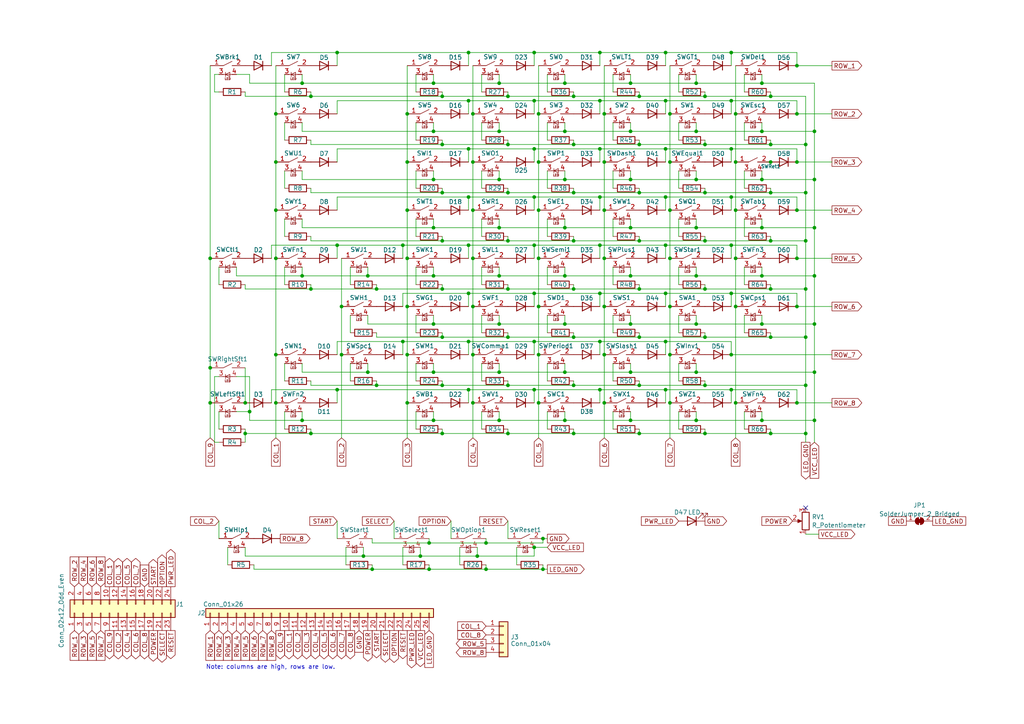
<source format=kicad_sch>
(kicad_sch (version 20230121) (generator eeschema)
  (paper "A4")
  (title_block (title "DecentXL - Vintage") (date "2024-01-07") (rev "4") (comment 1 "Replacement keyboard for Atari XL computers"))
  (junction (at 135.89 99.06))
  (junction (at 212.09 29.21))
  (junction (at 72.39 119.38))
  (junction (at 223.52 41.91))
  (junction (at 220.98 80.01))
  (junction (at 185.42 125.73))
  (junction (at 125.73 24.13))
  (junction (at 223.52 27.94))
  (junction (at 135.89 15.24))
  (junction (at 173.99 113.03))
  (junction (at 105.41 161.29))
  (junction (at 193.04 57.15))
  (junction (at 90.17 27.94))
  (junction (at 109.22 83.82))
  (junction (at 128.27 125.73))
  (junction (at 135.89 43.18))
  (junction (at 144.78 24.13))
  (junction (at 194.31 60.96))
  (junction (at 135.89 71.12))
  (junction (at 163.83 38.1))
  (junction (at 106.68 80.01))
  (junction (at 201.93 121.92))
  (junction (at 213.36 46.99))
  (junction (at 220.98 24.13))
  (junction (at 135.89 57.15))
  (junction (at 212.09 102.87))
  (junction (at 154.94 29.21))
  (junction (at 128.27 55.88))
  (junction (at 125.73 52.07))
  (junction (at 60.96 74.93))
  (junction (at 204.47 41.91))
  (junction (at 156.21 88.9))
  (junction (at 137.16 33.02))
  (junction (at 90.17 125.73))
  (junction (at 213.36 60.96))
  (junction (at 71.12 116.84))
  (junction (at 204.47 55.88))
  (junction (at 163.83 93.98))
  (junction (at 220.98 93.98))
  (junction (at 137.16 88.9))
  (junction (at 154.94 71.12))
  (junction (at 182.88 121.92))
  (junction (at 147.32 69.85))
  (junction (at 194.31 116.84))
  (junction (at 128.27 97.79))
  (junction (at 128.27 69.85))
  (junction (at 213.36 88.9))
  (junction (at 124.46 157.48))
  (junction (at 118.11 33.02))
  (junction (at 166.37 111.76))
  (junction (at 185.42 83.82))
  (junction (at 125.73 107.95))
  (junction (at 80.01 116.84))
  (junction (at 204.47 27.94))
  (junction (at 71.12 125.73))
  (junction (at 223.52 83.82))
  (junction (at 163.83 80.01))
  (junction (at 118.11 116.84))
  (junction (at 118.11 60.96))
  (junction (at 80.01 33.02))
  (junction (at 166.37 27.94))
  (junction (at 147.32 125.73))
  (junction (at 166.37 83.82))
  (junction (at 163.83 107.95))
  (junction (at 223.52 46.99))
  (junction (at 163.83 66.04))
  (junction (at 125.73 80.01))
  (junction (at 194.31 88.9))
  (junction (at 116.84 99.06))
  (junction (at 154.94 113.03))
  (junction (at 236.22 80.01))
  (junction (at 137.16 74.93))
  (junction (at 173.99 43.18))
  (junction (at 193.04 29.21))
  (junction (at 212.09 85.09))
  (junction (at 220.98 52.07))
  (junction (at 60.96 116.84))
  (junction (at 185.42 97.79))
  (junction (at 144.78 93.98))
  (junction (at 87.63 80.01))
  (junction (at 156.21 102.87))
  (junction (at 201.93 24.13))
  (junction (at 125.73 38.1))
  (junction (at 185.42 69.85))
  (junction (at 154.94 57.15))
  (junction (at 154.94 158.75))
  (junction (at 173.99 15.24))
  (junction (at 137.16 116.84))
  (junction (at 204.47 83.82))
  (junction (at 233.68 69.85))
  (junction (at 220.98 121.92))
  (junction (at 156.21 116.84))
  (junction (at 87.63 121.92))
  (junction (at 213.36 116.84))
  (junction (at 147.32 83.82))
  (junction (at 128.27 83.82))
  (junction (at 193.04 113.03))
  (junction (at 185.42 55.88))
  (junction (at 137.16 60.96))
  (junction (at 223.52 55.88))
  (junction (at 213.36 74.93))
  (junction (at 135.89 85.09))
  (junction (at 236.22 38.1))
  (junction (at 118.11 74.93))
  (junction (at 121.92 161.29))
  (junction (at 201.93 80.01))
  (junction (at 231.14 46.99))
  (junction (at 175.26 102.87))
  (junction (at 166.37 125.73))
  (junction (at 193.04 71.12))
  (junction (at 166.37 69.85))
  (junction (at 116.84 71.12))
  (junction (at 154.94 99.06))
  (junction (at 236.22 66.04))
  (junction (at 182.88 66.04))
  (junction (at 125.73 121.92))
  (junction (at 201.93 107.95))
  (junction (at 220.98 38.1))
  (junction (at 201.93 52.07))
  (junction (at 182.88 24.13))
  (junction (at 193.04 15.24))
  (junction (at 154.94 43.18))
  (junction (at 193.04 85.09))
  (junction (at 128.27 41.91))
  (junction (at 156.21 46.99))
  (junction (at 236.22 93.98))
  (junction (at 233.68 83.82))
  (junction (at 118.11 88.9))
  (junction (at 173.99 57.15))
  (junction (at 204.47 125.73))
  (junction (at 99.06 102.87))
  (junction (at 166.37 97.79))
  (junction (at 173.99 85.09))
  (junction (at 233.68 111.76))
  (junction (at 156.21 60.96))
  (junction (at 182.88 80.01))
  (junction (at 175.26 33.02))
  (junction (at 175.26 88.9))
  (junction (at 182.88 107.95))
  (junction (at 201.93 66.04))
  (junction (at 60.96 106.68))
  (junction (at 137.16 46.99))
  (junction (at 173.99 29.21))
  (junction (at 140.97 157.48))
  (junction (at 80.01 46.99))
  (junction (at 182.88 52.07))
  (junction (at 138.43 161.29))
  (junction (at 118.11 46.99))
  (junction (at 144.78 80.01))
  (junction (at 185.42 27.94))
  (junction (at 128.27 27.94))
  (junction (at 233.68 125.73))
  (junction (at 231.14 88.9))
  (junction (at 236.22 52.07))
  (junction (at 163.83 121.92))
  (junction (at 231.14 74.93))
  (junction (at 163.83 24.13))
  (junction (at 231.14 19.05))
  (junction (at 223.52 125.73))
  (junction (at 135.89 113.03))
  (junction (at 106.68 107.95))
  (junction (at 140.97 165.1))
  (junction (at 231.14 33.02))
  (junction (at 144.78 66.04))
  (junction (at 212.09 15.24))
  (junction (at 231.14 116.84))
  (junction (at 156.21 74.93))
  (junction (at 173.99 71.12))
  (junction (at 156.21 33.02))
  (junction (at 204.47 111.76))
  (junction (at 147.32 27.94))
  (junction (at 193.04 43.18))
  (junction (at 124.46 165.1))
  (junction (at 144.78 107.95))
  (junction (at 166.37 41.91))
  (junction (at 163.83 52.07))
  (junction (at 157.48 165.1))
  (junction (at 147.32 55.88))
  (junction (at 175.26 74.93))
  (junction (at 90.17 83.82))
  (junction (at 144.78 121.92))
  (junction (at 175.26 60.96))
  (junction (at 213.36 33.02))
  (junction (at 154.94 15.24))
  (junction (at 185.42 41.91))
  (junction (at 212.09 43.18))
  (junction (at 231.14 60.96))
  (junction (at 144.78 38.1))
  (junction (at 201.93 93.98))
  (junction (at 147.32 111.76))
  (junction (at 144.78 52.07))
  (junction (at 97.79 113.03))
  (junction (at 80.01 102.87))
  (junction (at 107.95 165.1))
  (junction (at 212.09 71.12))
  (junction (at 185.42 111.76))
  (junction (at 135.89 29.21))
  (junction (at 109.22 111.76))
  (junction (at 236.22 121.92))
  (junction (at 137.16 102.87))
  (junction (at 97.79 15.24))
  (junction (at 80.01 74.93))
  (junction (at 147.32 41.91))
  (junction (at 212.09 57.15))
  (junction (at 118.11 102.87))
  (junction (at 194.31 33.02))
  (junction (at 125.73 93.98))
  (junction (at 194.31 102.87))
  (junction (at 201.93 38.1))
  (junction (at 194.31 74.93))
  (junction (at 204.47 97.79))
  (junction (at 223.52 69.85))
  (junction (at 233.68 97.79))
  (junction (at 220.98 66.04))
  (junction (at 175.26 46.99))
  (junction (at 157.48 156.21))
  (junction (at 166.37 55.88))
  (junction (at 194.31 46.99))
  (junction (at 87.63 24.13))
  (junction (at 212.09 113.03))
  (junction (at 233.68 55.88))
  (junction (at 175.26 116.84))
  (junction (at 233.68 41.91))
  (junction (at 128.27 111.76))
  (junction (at 204.47 69.85))
  (junction (at 182.88 93.98))
  (junction (at 182.88 38.1))
  (junction (at 147.32 97.79))
  (junction (at 236.22 107.95))
  (junction (at 193.04 99.06))
  (junction (at 97.79 71.12))
  (junction (at 173.99 99.06))
  (junction (at 80.01 60.96))
  (junction (at 125.73 66.04))
  (junction (at 99.06 88.9))
  (junction (at 154.94 85.09))
  (junction (at 223.52 97.79))
  (no_connect (at 233.68 147.32))
  (wire (pts (xy 118.11 33.02) (xy 118.11 46.99)))
  (wire (pts (xy 204.47 27.94) (xy 204.47 26.67)))
  (wire (pts (xy 144.78 121.92) (xy 144.78 119.38)))
  (wire (pts (xy 177.8 119.38) (xy 177.8 124.46)))
  (wire (pts (xy 72.39 24.13) (xy 72.39 21.59)))
  (wire (pts (xy 139.7 63.5) (xy 139.7 68.58)))
  (wire (pts (xy 87.63 80.01) (xy 87.63 77.47)))
  (wire (pts (xy 182.88 93.98) (xy 201.93 93.98)))
  (wire (pts (xy 60.96 106.68) (xy 60.96 116.84)))
  (wire (pts (xy 147.32 83.82) (xy 147.32 82.55)))
  (wire (pts (xy 194.31 116.84) (xy 194.31 127)))
  (wire (pts (xy 236.22 38.1) (xy 236.22 52.07)))
  (wire (pts (xy 182.88 77.47) (xy 182.88 80.01)))
  (wire (pts (xy 125.73 93.98) (xy 125.73 91.44)))
  (wire (pts (xy 90.17 111.76) (xy 90.17 110.49)))
  (wire (pts (xy 71.12 83.82) (xy 90.17 83.82)))
  (wire (pts (xy 163.83 80.01) (xy 144.78 80.01)))
  (wire (pts (xy 144.78 80.01) (xy 144.78 77.47)))
  (wire (pts (xy 80.01 60.96) (xy 80.01 74.93)))
  (wire (pts (xy 233.68 154.94) (xy 237.49 154.94)))
  (wire (pts (xy 196.85 49.53) (xy 196.85 54.61)))
  (wire (pts (xy 109.22 111.76) (xy 109.22 110.49)))
  (wire (pts (xy 118.11 88.9) (xy 118.11 102.87)))
  (wire (pts (xy 213.36 116.84) (xy 213.36 127)))
  (wire (pts (xy 220.98 119.38) (xy 220.98 121.92)))
  (wire (pts (xy 231.14 74.93) (xy 241.3 74.93)))
  (wire (pts (xy 120.65 35.56) (xy 120.65 40.64)))
  (wire (pts (xy 147.32 27.94) (xy 128.27 27.94)))
  (wire (pts (xy 193.04 43.18) (xy 193.04 46.99)))
  (wire (pts (xy 163.83 52.07) (xy 144.78 52.07)))
  (wire (pts (xy 196.85 105.41) (xy 196.85 110.49)))
  (wire (pts (xy 185.42 82.55) (xy 185.42 83.82)))
  (wire (pts (xy 157.48 157.48) (xy 140.97 157.48)))
  (wire (pts (xy 185.42 125.73) (xy 185.42 124.46)))
  (wire (pts (xy 158.75 91.44) (xy 158.75 96.52)))
  (wire (pts (xy 182.88 66.04) (xy 163.83 66.04)))
  (wire (pts (xy 154.94 29.21) (xy 154.94 33.02)))
  (wire (pts (xy 147.32 69.85) (xy 128.27 69.85)))
  (wire (pts (xy 193.04 85.09) (xy 212.09 85.09)))
  (wire (pts (xy 138.43 161.29) (xy 154.94 161.29)))
  (wire (pts (xy 135.89 85.09) (xy 154.94 85.09)))
  (wire (pts (xy 166.37 41.91) (xy 166.37 40.64)))
  (wire (pts (xy 233.68 27.94) (xy 233.68 41.91)))
  (wire (pts (xy 63.5 109.22) (xy 62.23 109.22)))
  (wire (pts (xy 185.42 83.82) (xy 204.47 83.82)))
  (wire (pts (xy 147.32 111.76) (xy 147.32 110.49)))
  (wire (pts (xy 185.42 96.52) (xy 185.42 97.79)))
  (wire (pts (xy 163.83 80.01) (xy 163.83 77.47)))
  (wire (pts (xy 166.37 55.88) (xy 185.42 55.88)))
  (wire (pts (xy 154.94 113.03) (xy 154.94 116.84)))
  (wire (pts (xy 124.46 165.1) (xy 107.95 165.1)))
  (wire (pts (xy 144.78 66.04) (xy 125.73 66.04)))
  (wire (pts (xy 135.89 57.15) (xy 135.89 60.96)))
  (wire (pts (xy 68.58 109.22) (xy 72.39 109.22)))
  (wire (pts (xy 220.98 38.1) (xy 220.98 35.56)))
  (wire (pts (xy 154.94 29.21) (xy 173.99 29.21)))
  (wire (pts (xy 73.66 165.1) (xy 107.95 165.1)))
  (wire (pts (xy 177.8 105.41) (xy 177.8 110.49)))
  (wire (pts (xy 154.94 85.09) (xy 173.99 85.09)))
  (wire (pts (xy 137.16 60.96) (xy 137.16 74.93)))
  (wire (pts (xy 72.39 119.38) (xy 72.39 121.92)))
  (wire (pts (xy 166.37 125.73) (xy 166.37 124.46)))
  (wire (pts (xy 204.47 82.55) (xy 204.47 83.82)))
  (wire (pts (xy 185.42 69.85) (xy 204.47 69.85)))
  (wire (pts (xy 157.48 165.1) (xy 140.97 165.1)))
  (wire (pts (xy 175.26 33.02) (xy 175.26 46.99)))
  (wire (pts (xy 137.16 88.9) (xy 137.16 102.87)))
  (wire (pts (xy 109.22 83.82) (xy 90.17 83.82)))
  (wire (pts (xy 223.52 125.73) (xy 204.47 125.73)))
  (wire (pts (xy 106.68 107.95) (xy 87.63 107.95)))
  (wire (pts (xy 144.78 121.92) (xy 125.73 121.92)))
  (wire (pts (xy 215.9 63.5) (xy 215.9 68.58)))
  (wire (pts (xy 173.99 57.15) (xy 193.04 57.15)))
  (wire (pts (xy 236.22 107.95) (xy 236.22 121.92)))
  (wire (pts (xy 82.55 77.47) (xy 82.55 82.55)))
  (wire (pts (xy 101.6 77.47) (xy 101.6 82.55)))
  (wire (pts (xy 156.21 33.02) (xy 156.21 46.99)))
  (wire (pts (xy 220.98 93.98) (xy 220.98 91.44)))
  (wire (pts (xy 90.17 27.94) (xy 128.27 27.94)))
  (wire (pts (xy 128.27 55.88) (xy 147.32 55.88)))
  (wire (pts (xy 182.88 121.92) (xy 163.83 121.92)))
  (wire (pts (xy 163.83 38.1) (xy 144.78 38.1)))
  (wire (pts (xy 125.73 80.01) (xy 106.68 80.01)))
  (wire (pts (xy 185.42 55.88) (xy 204.47 55.88)))
  (wire (pts (xy 125.73 107.95) (xy 125.73 105.41)))
  (wire (pts (xy 156.21 74.93) (xy 156.21 88.9)))
  (wire (pts (xy 166.37 97.79) (xy 166.37 96.52)))
  (wire (pts (xy 175.26 102.87) (xy 175.26 116.84)))
  (wire (pts (xy 201.93 38.1) (xy 220.98 38.1)))
  (wire (pts (xy 97.79 102.87) (xy 97.79 99.06)))
  (wire (pts (xy 139.7 49.53) (xy 139.7 54.61)))
  (wire (pts (xy 201.93 24.13) (xy 201.93 21.59)))
  (wire (pts (xy 223.52 55.88) (xy 233.68 55.88)))
  (wire (pts (xy 173.99 85.09) (xy 173.99 88.9)))
  (wire (pts (xy 220.98 66.04) (xy 236.22 66.04)))
  (wire (pts (xy 212.09 85.09) (xy 231.14 85.09)))
  (wire (pts (xy 147.32 55.88) (xy 147.32 54.61)))
  (wire (pts (xy 215.9 91.44) (xy 215.9 96.52)))
  (wire (pts (xy 128.27 111.76) (xy 109.22 111.76)))
  (wire (pts (xy 185.42 41.91) (xy 204.47 41.91)))
  (wire (pts (xy 80.01 33.02) (xy 80.01 46.99)))
  (wire (pts (xy 135.89 85.09) (xy 135.89 88.9)))
  (wire (pts (xy 194.31 46.99) (xy 194.31 60.96)))
  (wire (pts (xy 185.42 69.85) (xy 166.37 69.85)))
  (wire (pts (xy 107.95 157.48) (xy 124.46 157.48)))
  (wire (pts (xy 212.09 57.15) (xy 212.09 60.96)))
  (wire (pts (xy 201.93 52.07) (xy 220.98 52.07)))
  (wire (pts (xy 173.99 43.18) (xy 193.04 43.18)))
  (wire (pts (xy 116.84 71.12) (xy 135.89 71.12)))
  (wire (pts (xy 147.32 55.88) (xy 166.37 55.88)))
  (wire (pts (xy 137.16 102.87) (xy 137.16 116.84)))
  (wire (pts (xy 106.68 80.01) (xy 87.63 80.01)))
  (wire (pts (xy 215.9 35.56) (xy 215.9 40.64)))
  (wire (pts (xy 97.79 15.24) (xy 97.79 19.05)))
  (wire (pts (xy 166.37 125.73) (xy 147.32 125.73)))
  (wire (pts (xy 220.98 80.01) (xy 236.22 80.01)))
  (wire (pts (xy 97.79 151.13) (xy 97.79 156.21)))
  (wire (pts (xy 220.98 38.1) (xy 236.22 38.1)))
  (wire (pts (xy 213.36 19.05) (xy 213.36 33.02)))
  (wire (pts (xy 158.75 119.38) (xy 158.75 124.46)))
  (wire (pts (xy 204.47 111.76) (xy 233.68 111.76)))
  (wire (pts (xy 97.79 15.24) (xy 135.89 15.24)))
  (wire (pts (xy 97.79 43.18) (xy 135.89 43.18)))
  (wire (pts (xy 130.81 151.13) (xy 130.81 156.21)))
  (wire (pts (xy 233.68 83.82) (xy 233.68 97.79)))
  (wire (pts (xy 185.42 26.67) (xy 185.42 27.94)))
  (wire (pts (xy 78.74 15.24) (xy 97.79 15.24)))
  (wire (pts (xy 193.04 57.15) (xy 193.04 60.96)))
  (wire (pts (xy 60.96 19.05) (xy 60.96 74.93)))
  (wire (pts (xy 78.74 71.12) (xy 97.79 71.12)))
  (wire (pts (xy 163.83 107.95) (xy 163.83 105.41)))
  (wire (pts (xy 231.14 85.09) (xy 231.14 88.9)))
  (wire (pts (xy 231.14 15.24) (xy 231.14 19.05)))
  (wire (pts (xy 182.88 24.13) (xy 182.88 21.59)))
  (wire (pts (xy 124.46 156.21) (xy 124.46 157.48)))
  (wire (pts (xy 128.27 55.88) (xy 128.27 54.61)))
  (wire (pts (xy 177.8 21.59) (xy 177.8 26.67)))
  (wire (pts (xy 182.88 52.07) (xy 182.88 49.53)))
  (wire (pts (xy 194.31 60.96) (xy 194.31 74.93)))
  (wire (pts (xy 118.11 46.99) (xy 118.11 60.96)))
  (wire (pts (xy 231.14 46.99) (xy 241.3 46.99)))
  (wire (pts (xy 100.33 158.75) (xy 100.33 163.83)))
  (wire (pts (xy 80.01 102.87) (xy 80.01 116.84)))
  (wire (pts (xy 196.85 119.38) (xy 196.85 124.46)))
  (wire (pts (xy 135.89 29.21) (xy 154.94 29.21)))
  (wire (pts (xy 63.5 119.38) (xy 63.5 124.46)))
  (wire (pts (xy 120.65 49.53) (xy 120.65 54.61)))
  (wire (pts (xy 135.89 113.03) (xy 135.89 116.84)))
  (wire (pts (xy 125.73 38.1) (xy 125.73 35.56)))
  (wire (pts (xy 139.7 35.56) (xy 139.7 40.64)))
  (wire (pts (xy 231.14 33.02) (xy 241.3 33.02)))
  (wire (pts (xy 78.74 74.93) (xy 78.74 71.12)))
  (wire (pts (xy 128.27 27.94) (xy 128.27 26.67)))
  (wire (pts (xy 236.22 24.13) (xy 236.22 38.1)))
  (wire (pts (xy 157.48 165.1) (xy 158.75 165.1)))
  (wire (pts (xy 215.9 119.38) (xy 215.9 124.46)))
  (wire (pts (xy 139.7 105.41) (xy 139.7 110.49)))
  (wire (pts (xy 82.55 49.53) (xy 82.55 54.61)))
  (wire (pts (xy 213.36 60.96) (xy 213.36 74.93)))
  (wire (pts (xy 166.37 41.91) (xy 185.42 41.91)))
  (wire (pts (xy 233.68 97.79) (xy 233.68 111.76)))
  (wire (pts (xy 173.99 29.21) (xy 173.99 33.02)))
  (wire (pts (xy 236.22 66.04) (xy 236.22 80.01)))
  (wire (pts (xy 72.39 109.22) (xy 72.39 119.38)))
  (wire (pts (xy 125.73 52.07) (xy 125.73 49.53)))
  (wire (pts (xy 223.52 40.64) (xy 223.52 41.91)))
  (wire (pts (xy 135.89 71.12) (xy 135.89 74.93)))
  (wire (pts (xy 90.17 54.61) (xy 90.17 55.88)))
  (wire (pts (xy 80.01 116.84) (xy 80.01 127)))
  (wire (pts (xy 185.42 111.76) (xy 204.47 111.76)))
  (wire (pts (xy 66.04 158.75) (xy 66.04 163.83)))
  (wire (pts (xy 154.94 43.18) (xy 173.99 43.18)))
  (wire (pts (xy 138.43 158.75) (xy 138.43 161.29)))
  (wire (pts (xy 201.93 91.44) (xy 201.93 93.98)))
  (wire (pts (xy 99.06 102.87) (xy 99.06 127)))
  (wire (pts (xy 175.26 19.05) (xy 175.26 33.02)))
  (wire (pts (xy 196.85 35.56) (xy 196.85 40.64)))
  (wire (pts (xy 135.89 43.18) (xy 154.94 43.18)))
  (wire (pts (xy 144.78 38.1) (xy 125.73 38.1)))
  (wire (pts (xy 193.04 43.18) (xy 212.09 43.18)))
  (wire (pts (xy 182.88 91.44) (xy 182.88 93.98)))
  (wire (pts (xy 147.32 97.79) (xy 147.32 96.52)))
  (wire (pts (xy 80.01 46.99) (xy 80.01 60.96)))
  (wire (pts (xy 223.52 69.85) (xy 223.52 68.58)))
  (wire (pts (xy 193.04 99.06) (xy 193.04 102.87)))
  (wire (pts (xy 185.42 97.79) (xy 166.37 97.79)))
  (wire (pts (xy 193.04 71.12) (xy 193.04 74.93)))
  (wire (pts (xy 177.8 63.5) (xy 177.8 68.58)))
  (wire (pts (xy 128.27 69.85) (xy 90.17 69.85)))
  (wire (pts (xy 120.65 63.5) (xy 120.65 68.58)))
  (wire (pts (xy 135.89 57.15) (xy 154.94 57.15)))
  (wire (pts (xy 97.79 60.96) (xy 97.79 57.15)))
  (wire (pts (xy 177.8 49.53) (xy 177.8 54.61)))
  (wire (pts (xy 193.04 15.24) (xy 212.09 15.24)))
  (wire (pts (xy 118.11 102.87) (xy 118.11 116.84)))
  (wire (pts (xy 212.09 71.12) (xy 231.14 71.12)))
  (wire (pts (xy 71.12 26.67) (xy 71.12 27.94)))
  (wire (pts (xy 90.17 83.82) (xy 90.17 82.55)))
  (wire (pts (xy 71.12 161.29) (xy 71.12 158.75)))
  (wire (pts (xy 163.83 121.92) (xy 144.78 121.92)))
  (wire (pts (xy 157.48 163.83) (xy 157.48 165.1)))
  (wire (pts (xy 193.04 113.03) (xy 193.04 116.84)))
  (wire (pts (xy 185.42 125.73) (xy 166.37 125.73)))
  (wire (pts (xy 193.04 85.09) (xy 193.04 88.9)))
  (wire (pts (xy 87.63 24.13) (xy 87.63 21.59)))
  (wire (pts (xy 144.78 93.98) (xy 125.73 93.98)))
  (wire (pts (xy 223.52 55.88) (xy 223.52 54.61)))
  (wire (pts (xy 147.32 151.13) (xy 147.32 156.21)))
  (wire (pts (xy 201.93 121.92) (xy 182.88 121.92)))
  (wire (pts (xy 120.65 91.44) (xy 120.65 96.52)))
  (wire (pts (xy 194.31 33.02) (xy 194.31 46.99)))
  (wire (pts (xy 147.32 41.91) (xy 128.27 41.91)))
  (wire (pts (xy 82.55 35.56) (xy 82.55 40.64)))
  (wire (pts (xy 182.88 93.98) (xy 163.83 93.98)))
  (wire (pts (xy 212.09 43.18) (xy 231.14 43.18)))
  (wire (pts (xy 144.78 52.07) (xy 144.78 49.53)))
  (wire (pts (xy 204.47 69.85) (xy 204.47 68.58)))
  (wire (pts (xy 125.73 93.98) (xy 106.68 93.98)))
  (wire (pts (xy 201.93 121.92) (xy 220.98 121.92)))
  (wire (pts (xy 99.06 74.93) (xy 99.06 88.9)))
  (wire (pts (xy 120.65 21.59) (xy 120.65 26.67)))
  (wire (pts (xy 125.73 80.01) (xy 125.73 77.47)))
  (wire (pts (xy 204.47 97.79) (xy 223.52 97.79)))
  (wire (pts (xy 236.22 80.01) (xy 236.22 93.98)))
  (wire (pts (xy 163.83 66.04) (xy 144.78 66.04)))
  (wire (pts (xy 223.52 82.55) (xy 223.52 83.82)))
  (wire (pts (xy 99.06 88.9) (xy 99.06 102.87)))
  (wire (pts (xy 231.14 29.21) (xy 231.14 33.02)))
  (wire (pts (xy 87.63 24.13) (xy 125.73 24.13)))
  (wire (pts (xy 173.99 57.15) (xy 173.99 60.96)))
  (wire (pts (xy 90.17 41.91) (xy 90.17 40.64)))
  (wire (pts (xy 185.42 83.82) (xy 166.37 83.82)))
  (wire (pts (xy 144.78 38.1) (xy 144.78 35.56)))
  (wire (pts (xy 222.25 46.99) (xy 223.52 46.99)))
  (wire (pts (xy 204.47 83.82) (xy 223.52 83.82)))
  (wire (pts (xy 133.35 158.75) (xy 133.35 163.83)))
  (wire (pts (xy 166.37 69.85) (xy 147.32 69.85)))
  (wire (pts (xy 231.14 19.05) (xy 241.3 19.05)))
  (wire (pts (xy 144.78 107.95) (xy 125.73 107.95)))
  (wire (pts (xy 82.55 21.59) (xy 82.55 26.67)))
  (wire (pts (xy 128.27 69.85) (xy 128.27 68.58)))
  (wire (pts (xy 201.93 107.95) (xy 182.88 107.95)))
  (wire (pts (xy 212.09 43.18) (xy 212.09 46.99)))
  (wire (pts (xy 223.52 41.91) (xy 204.47 41.91)))
  (wire (pts (xy 154.94 57.15) (xy 173.99 57.15)))
  (wire (pts (xy 125.73 66.04) (xy 87.63 66.04)))
  (wire (pts (xy 213.36 88.9) (xy 213.36 116.84)))
  (wire (pts (xy 182.88 80.01) (xy 163.83 80.01)))
  (wire (pts (xy 185.42 110.49) (xy 185.42 111.76)))
  (wire (pts (xy 156.21 88.9) (xy 156.21 102.87)))
  (wire (pts (xy 120.65 119.38) (xy 120.65 124.46)))
  (wire (pts (xy 158.75 105.41) (xy 158.75 110.49)))
  (wire (pts (xy 201.93 38.1) (xy 182.88 38.1)))
  (wire (pts (xy 128.27 97.79) (xy 109.22 97.79)))
  (wire (pts (xy 144.78 66.04) (xy 144.78 63.5)))
  (wire (pts (xy 182.88 121.92) (xy 182.88 119.38)))
  (wire (pts (xy 139.7 77.47) (xy 139.7 82.55)))
  (wire (pts (xy 158.75 49.53) (xy 158.75 54.61)))
  (wire (pts (xy 194.31 19.05) (xy 194.31 33.02)))
  (wire (pts (xy 201.93 24.13) (xy 220.98 24.13)))
  (wire (pts (xy 185.42 97.79) (xy 204.47 97.79)))
  (wire (pts (xy 116.84 99.06) (xy 116.84 102.87)))
  (wire (pts (xy 231.14 71.12) (xy 231.14 74.93)))
  (wire (pts (xy 233.68 41.91) (xy 233.68 55.88)))
  (wire (pts (xy 71.12 82.55) (xy 71.12 83.82)))
  (wire (pts (xy 201.93 80.01) (xy 220.98 80.01)))
  (wire (pts (xy 124.46 157.48) (xy 140.97 157.48)))
  (wire (pts (xy 204.47 27.94) (xy 223.52 27.94)))
  (wire (pts (xy 135.89 71.12) (xy 154.94 71.12)))
  (wire (pts (xy 173.99 15.24) (xy 173.99 19.05)))
  (wire (pts (xy 196.85 63.5) (xy 196.85 68.58)))
  (wire (pts (xy 163.83 107.95) (xy 144.78 107.95)))
  (wire (pts (xy 125.73 52.07) (xy 87.63 52.07)))
  (wire (pts (xy 137.16 33.02) (xy 137.16 46.99)))
  (wire (pts (xy 109.22 83.82) (xy 109.22 82.55)))
  (wire (pts (xy 139.7 91.44) (xy 139.7 96.52)))
  (wire (pts (xy 128.27 41.91) (xy 128.27 40.64)))
  (wire (pts (xy 87.63 107.95) (xy 87.63 105.41)))
  (wire (pts (xy 173.99 85.09) (xy 193.04 85.09)))
  (wire (pts (xy 231.14 88.9) (xy 241.3 88.9)))
  (wire (pts (xy 78.74 116.84) (xy 78.74 113.03)))
  (wire (pts (xy 236.22 121.92) (xy 236.22 128.27)))
  (wire (pts (xy 71.12 106.68) (xy 71.12 116.84)))
  (wire (pts (xy 204.47 55.88) (xy 223.52 55.88)))
  (wire (pts (xy 194.31 88.9) (xy 194.31 102.87)))
  (wire (pts (xy 140.97 165.1) (xy 140.97 163.83)))
  (wire (pts (xy 63.5 21.59) (xy 62.23 21.59)))
  (wire (pts (xy 231.14 57.15) (xy 231.14 60.96)))
  (wire (pts (xy 158.75 63.5) (xy 158.75 68.58)))
  (wire (pts (xy 82.55 119.38) (xy 82.55 124.46)))
  (wire (pts (xy 212.09 113.03) (xy 231.14 113.03)))
  (wire (pts (xy 116.84 158.75) (xy 116.84 163.83)))
  (wire (pts (xy 212.09 85.09) (xy 212.09 88.9)))
  (wire (pts (xy 140.97 165.1) (xy 124.46 165.1)))
  (wire (pts (xy 166.37 97.79) (xy 147.32 97.79)))
  (wire (pts (xy 154.94 161.29) (xy 154.94 158.75)))
  (wire (pts (xy 177.8 91.44) (xy 177.8 96.52)))
  (wire (pts (xy 157.48 156.21) (xy 157.48 157.48)))
  (wire (pts (xy 97.79 74.93) (xy 97.79 71.12)))
  (wire (pts (xy 116.84 88.9) (xy 116.84 85.09)))
  (wire (pts (xy 147.32 27.94) (xy 147.32 26.67)))
  (wire (pts (xy 154.94 57.15) (xy 154.94 60.96)))
  (wire (pts (xy 158.75 35.56) (xy 158.75 40.64)))
  (wire (pts (xy 135.89 29.21) (xy 135.89 33.02)))
  (wire (pts (xy 231.14 60.96) (xy 241.3 60.96)))
  (wire (pts (xy 147.32 40.64) (xy 147.32 41.91)))
  (wire (pts (xy 90.17 125.73) (xy 128.27 125.73)))
  (wire (pts (xy 204.47 110.49) (xy 204.47 111.76)))
  (wire (pts (xy 73.66 163.83) (xy 73.66 165.1)))
  (wire (pts (xy 71.12 27.94) (xy 90.17 27.94)))
  (wire (pts (xy 182.88 63.5) (xy 182.88 66.04)))
  (wire (pts (xy 135.89 113.03) (xy 154.94 113.03)))
  (wire (pts (xy 125.73 121.92) (xy 125.73 119.38)))
  (wire (pts (xy 128.27 41.91) (xy 90.17 41.91)))
  (wire (pts (xy 68.58 21.59) (xy 72.39 21.59)))
  (wire (pts (xy 68.58 119.38) (xy 72.39 119.38)))
  (wire (pts (xy 212.09 71.12) (xy 212.09 74.93)))
  (wire (pts (xy 163.83 38.1) (xy 163.83 35.56)))
  (wire (pts (xy 87.63 121.92) (xy 72.39 121.92)))
  (wire (pts (xy 175.26 46.99) (xy 175.26 60.96)))
  (wire (pts (xy 144.78 80.01) (xy 125.73 80.01)))
  (wire (pts (xy 233.68 111.76) (xy 233.68 125.73)))
  (wire (pts (xy 135.89 99.06) (xy 135.89 102.87)))
  (wire (pts (xy 87.63 66.04) (xy 87.63 63.5)))
  (wire (pts (xy 213.36 46.99) (xy 213.36 60.96)))
  (wire (pts (xy 166.37 111.76) (xy 147.32 111.76)))
  (wire (pts (xy 236.22 52.07) (xy 236.22 66.04)))
  (wire (pts (xy 147.32 97.79) (xy 128.27 97.79)))
  (wire (pts (xy 125.73 38.1) (xy 87.63 38.1)))
  (wire (pts (xy 106.68 107.95) (xy 106.68 105.41)))
  (wire (pts (xy 144.78 24.13) (xy 125.73 24.13)))
  (wire (pts (xy 220.98 66.04) (xy 220.98 63.5)))
  (wire (pts (xy 101.6 91.44) (xy 101.6 96.52)))
  (wire (pts (xy 223.52 125.73) (xy 233.68 125.73)))
  (wire (pts (xy 201.93 24.13) (xy 182.88 24.13)))
  (wire (pts (xy 223.52 27.94) (xy 233.68 27.94)))
  (wire (pts (xy 144.78 52.07) (xy 125.73 52.07)))
  (wire (pts (xy 97.79 33.02) (xy 97.79 29.21)))
  (wire (pts (xy 212.09 113.03) (xy 212.09 116.84)))
  (wire (pts (xy 128.27 83.82) (xy 128.27 82.55)))
  (wire (pts (xy 154.94 15.24) (xy 154.94 19.05)))
  (wire (pts (xy 166.37 69.85) (xy 166.37 68.58)))
  (wire (pts (xy 118.11 74.93) (xy 118.11 88.9)))
  (wire (pts (xy 233.68 125.73) (xy 233.68 128.27)))
  (wire (pts (xy 215.9 21.59) (xy 215.9 26.67)))
  (wire (pts (xy 163.83 24.13) (xy 144.78 24.13)))
  (wire (pts (xy 201.93 66.04) (xy 220.98 66.04)))
  (wire (pts (xy 97.79 113.03) (xy 135.89 113.03)))
  (wire (pts (xy 90.17 125.73) (xy 90.17 124.46)))
  (wire (pts (xy 163.83 93.98) (xy 163.83 91.44)))
  (wire (pts (xy 185.42 41.91) (xy 185.42 40.64)))
  (wire (pts (xy 201.93 93.98) (xy 220.98 93.98)))
  (wire (pts (xy 231.14 116.84) (xy 231.14 113.03)))
  (wire (pts (xy 107.95 157.48) (xy 107.95 156.21)))
  (wire (pts (xy 201.93 105.41) (xy 201.93 107.95)))
  (wire (pts (xy 223.52 69.85) (xy 233.68 69.85)))
  (wire (pts (xy 137.16 46.99) (xy 137.16 60.96)))
  (wire (pts (xy 105.41 161.29) (xy 121.92 161.29)))
  (wire (pts (xy 154.94 15.24) (xy 173.99 15.24)))
  (wire (pts (xy 212.09 57.15) (xy 231.14 57.15)))
  (wire (pts (xy 140.97 157.48) (xy 140.97 156.21)))
  (wire (pts (xy 204.47 69.85) (xy 223.52 69.85)))
  (wire (pts (xy 233.68 69.85) (xy 233.68 83.82)))
  (wire (pts (xy 158.75 21.59) (xy 158.75 26.67)))
  (wire (pts (xy 97.79 57.15) (xy 135.89 57.15)))
  (wire (pts (xy 220.98 21.59) (xy 220.98 24.13)))
  (wire (pts (xy 212.09 15.24) (xy 212.09 19.05)))
  (wire (pts (xy 147.32 69.85) (xy 147.32 68.58)))
  (wire (pts (xy 236.22 93.98) (xy 236.22 107.95)))
  (wire (pts (xy 118.11 60.96) (xy 118.11 74.93)))
  (wire (pts (xy 177.8 77.47) (xy 177.8 82.55)))
  (wire (pts (xy 120.65 77.47) (xy 120.65 82.55)))
  (wire (pts (xy 163.83 93.98) (xy 144.78 93.98)))
  (wire (pts (xy 106.68 80.01) (xy 106.68 77.47)))
  (wire (pts (xy 137.16 19.05) (xy 137.16 33.02)))
  (wire (pts (xy 194.31 74.93) (xy 194.31 88.9)))
  (wire (pts (xy 71.12 161.29) (xy 105.41 161.29)))
  (wire (pts (xy 163.83 24.13) (xy 163.83 21.59)))
  (wire (pts (xy 154.94 99.06) (xy 154.94 102.87)))
  (wire (pts (xy 125.73 66.04) (xy 125.73 63.5)))
  (wire (pts (xy 144.78 24.13) (xy 144.78 21.59)))
  (wire (pts (xy 201.93 107.95) (xy 236.22 107.95)))
  (wire (pts (xy 109.22 111.76) (xy 90.17 111.76)))
  (wire (pts (xy 62.23 21.59) (xy 62.23 26.67)))
  (wire (pts (xy 193.04 15.24) (xy 193.04 19.05)))
  (wire (pts (xy 163.83 66.04) (xy 163.83 63.5)))
  (wire (pts (xy 173.99 15.24) (xy 193.04 15.24)))
  (wire (pts (xy 166.37 55.88) (xy 166.37 54.61)))
  (wire (pts (xy 193.04 99.06) (xy 212.09 99.06)))
  (wire (pts (xy 196.85 77.47) (xy 196.85 82.55)))
  (wire (pts (xy 118.11 116.84) (xy 118.11 127)))
  (wire (pts (xy 166.37 27.94) (xy 185.42 27.94)))
  (wire (pts (xy 154.94 71.12) (xy 154.94 74.93)))
  (wire (pts (xy 120.65 105.41) (xy 120.65 110.49)))
  (wire (pts (xy 97.79 46.99) (xy 97.79 43.18)))
  (wire (pts (xy 128.27 97.79) (xy 128.27 96.52)))
  (wire (pts (xy 87.63 38.1) (xy 87.63 35.56)))
  (wire (pts (xy 156.21 60.96) (xy 156.21 74.93)))
  (wire (pts (xy 62.23 26.67) (xy 63.5 26.67)))
  (wire (pts (xy 156.21 46.99) (xy 156.21 60.96)))
  (wire (pts (xy 175.26 116.84) (xy 175.26 127)))
  (wire (pts (xy 182.88 38.1) (xy 163.83 38.1)))
  (wire (pts (xy 166.37 83.82) (xy 166.37 82.55)))
  (wire (pts (xy 147.32 41.91) (xy 166.37 41.91)))
  (wire (pts (xy 223.52 26.67) (xy 223.52 27.94)))
  (wire (pts (xy 154.94 99.06) (xy 173.99 99.06)))
  (wire (pts (xy 220.98 52.07) (xy 236.22 52.07)))
  (wire (pts (xy 220.98 52.07) (xy 220.98 49.53)))
  (wire (pts (xy 175.26 88.9) (xy 175.26 102.87)))
  (wire (pts (xy 166.37 83.82) (xy 147.32 83.82)))
  (wire (pts (xy 154.94 158.75) (xy 158.75 158.75)))
  (wire (pts (xy 116.84 85.09) (xy 135.89 85.09)))
  (wire (pts (xy 201.93 35.56) (xy 201.93 38.1)))
  (wire (pts (xy 231.14 43.18) (xy 231.14 46.99)))
  (wire (pts (xy 128.27 83.82) (xy 109.22 83.82)))
  (wire (pts (xy 63.5 77.47) (xy 63.5 82.55)))
  (wire (pts (xy 182.88 107.95) (xy 163.83 107.95)))
  (wire (pts (xy 166.37 111.76) (xy 166.37 110.49)))
  (wire (pts (xy 201.93 77.47) (xy 201.93 80.01)))
  (wire (pts (xy 107.95 165.1) (xy 107.95 163.83)))
  (wire (pts (xy 204.47 41.91) (xy 204.47 40.64)))
  (wire (pts (xy 213.36 74.93) (xy 213.36 88.9)))
  (wire (pts (xy 62.23 128.27) (xy 63.5 128.27)))
  (wire (pts (xy 71.12 125.73) (xy 71.12 128.27)))
  (wire (pts (xy 193.04 57.15) (xy 212.09 57.15)))
  (wire (pts (xy 223.52 83.82) (xy 233.68 83.82)))
  (wire (pts (xy 147.32 111.76) (xy 128.27 111.76)))
  (wire (pts (xy 173.99 113.03) (xy 173.99 116.84)))
  (wire (pts (xy 62.23 109.22) (xy 62.23 128.27)))
  (wire (pts (xy 215.9 77.47) (xy 215.9 82.55)))
  (wire (pts (xy 125.73 107.95) (xy 106.68 107.95)))
  (wire (pts (xy 220.98 93.98) (xy 236.22 93.98)))
  (wire (pts (xy 78.74 19.05) (xy 78.74 15.24)))
  (wire (pts (xy 201.93 52.07) (xy 182.88 52.07)))
  (wire (pts (xy 137.16 116.84) (xy 137.16 127)))
  (wire (pts (xy 149.86 158.75) (xy 149.86 163.83)))
  (wire (pts (xy 163.83 121.92) (xy 163.83 119.38)))
  (wire (pts (xy 154.94 85.09) (xy 154.94 88.9)))
  (wire (pts (xy 139.7 21.59) (xy 139.7 26.67)))
  (wire (pts (xy 185.42 111.76) (xy 166.37 111.76)))
  (wire (pts (xy 231.14 116.84) (xy 241.3 116.84)))
  (wire (pts (xy 201.93 121.92) (xy 201.93 119.38)))
  (wire (pts (xy 173.99 71.12) (xy 193.04 71.12)))
  (wire (pts (xy 193.04 71.12) (xy 212.09 71.12)))
  (wire (pts (xy 173.99 29.21) (xy 193.04 29.21)))
  (wire (pts (xy 204.47 125.73) (xy 204.47 124.46)))
  (wire (pts (xy 156.21 102.87) (xy 156.21 116.84)))
  (wire (pts (xy 135.89 43.18) (xy 135.89 46.99)))
  (wire (pts (xy 109.22 97.79) (xy 109.22 96.52)))
  (wire (pts (xy 106.68 93.98) (xy 106.68 91.44)))
  (wire (pts (xy 87.63 52.07) (xy 87.63 49.53)))
  (wire (pts (xy 212.09 15.24) (xy 231.14 15.24)))
  (wire (pts (xy 220.98 77.47) (xy 220.98 80.01)))
  (wire (pts (xy 68.58 80.01) (xy 87.63 80.01)))
  (wire (pts (xy 118.11 19.05) (xy 118.11 33.02)))
  (wire (pts (xy 114.3 151.13) (xy 114.3 156.21)))
  (wire (pts (xy 166.37 26.67) (xy 166.37 27.94)))
  (wire (pts (xy 137.16 74.93) (xy 137.16 88.9)))
  (wire (pts (xy 175.26 60.96) (xy 175.26 74.93)))
  (wire (pts (xy 182.88 38.1) (xy 182.88 35.56)))
  (wire (pts (xy 185.42 55.88) (xy 185.42 54.61)))
  (wire (pts (xy 182.88 66.04) (xy 201.93 66.04)))
  (wire (pts (xy 173.99 43.18) (xy 173.99 46.99)))
  (wire (pts (xy 121.92 161.29) (xy 138.43 161.29)))
  (wire (pts (xy 144.78 107.95) (xy 144.78 105.41)))
  (wire (pts (xy 173.99 71.12) (xy 173.99 74.93)))
  (wire (pts (xy 60.96 116.84) (xy 60.96 127)))
  (wire (pts (xy 116.84 71.12) (xy 116.84 74.93)))
  (wire (pts (xy 101.6 105.41) (xy 101.6 110.49)))
  (wire (pts (xy 212.09 29.21) (xy 212.09 33.02)))
  (wire (pts (xy 90.17 55.88) (xy 128.27 55.88)))
  (wire (pts (xy 147.32 83.82) (xy 128.27 83.82)))
  (wire (pts (xy 154.94 113.03) (xy 173.99 113.03)))
  (wire (pts (xy 177.8 35.56) (xy 177.8 40.64)))
  (wire (pts (xy 182.88 24.13) (xy 163.83 24.13)))
  (wire (pts (xy 90.17 27.94) (xy 90.17 26.67)))
  (wire (pts (xy 175.26 74.93) (xy 175.26 88.9)))
  (wire (pts (xy 201.93 66.04) (xy 201.93 63.5)))
  (wire (pts (xy 241.3 102.87) (xy 212.09 102.87)))
  (wire (pts (xy 196.85 21.59) (xy 196.85 26.67)))
  (wire (pts (xy 182.88 52.07) (xy 163.83 52.07)))
  (wire (pts (xy 193.04 113.03) (xy 212.09 113.03)))
  (wire (pts (xy 105.41 158.75) (xy 105.41 161.29)))
  (wire (pts (xy 87.63 121.92) (xy 125.73 121.92)))
  (wire (pts (xy 116.84 99.06) (xy 135.89 99.06)))
  (wire (pts (xy 128.27 125.73) (xy 128.27 124.46)))
  (wire (pts (xy 82.55 63.5) (xy 82.55 68.58)))
  (wire (pts (xy 193.04 29.21) (xy 193.04 33.02)))
  (wire (pts (xy 173.99 113.03) (xy 193.04 113.03)))
  (wire (pts (xy 204.47 96.52) (xy 204.47 97.79)))
  (wire (pts (xy 135.89 15.24) (xy 154.94 15.24)))
  (wire (pts (xy 87.63 121.92) (xy 87.63 119.38)))
  (wire (pts (xy 125.73 24.13) (xy 125.73 21.59)))
  (wire (pts (xy 156.21 19.05) (xy 156.21 33.02)))
  (wire (pts (xy 82.55 105.41) (xy 82.55 110.49)))
  (wire (pts (xy 158.75 77.47) (xy 158.75 82.55)))
  (wire (pts (xy 80.01 74.93) (xy 80.01 102.87)))
  (wire (pts (xy 204.47 125.73) (xy 185.42 125.73)))
  (wire (pts (xy 194.31 102.87) (xy 194.31 116.84)))
  (wire (pts (xy 223.52 41.91) (xy 233.68 41.91)))
  (wire (pts (xy 182.88 107.95) (xy 182.88 105.41)))
  (wire (pts (xy 185.42 68.58) (xy 185.42 69.85)))
  (wire (pts (xy 97.79 29.21) (xy 135.89 29.21)))
  (wire (pts (xy 144.78 93.98) (xy 144.78 91.44)))
  (wire (pts (xy 135.89 99.06) (xy 154.94 99.06)))
  (wire (pts (xy 128.27 111.76) (xy 128.27 110.49)))
  (wire (pts (xy 139.7 119.38) (xy 139.7 124.46)))
  (wire (pts (xy 78.74 113.03) (xy 97.79 113.03)))
  (wire (pts (xy 71.12 125.73) (xy 90.17 125.73)))
  (wire (pts (xy 173.99 99.06) (xy 173.99 102.87)))
  (wire (pts (xy 71.12 124.46) (xy 71.12 125.73)))
  (wire (pts (xy 220.98 121.92) (xy 236.22 121.92)))
  (wire (pts (xy 121.92 158.75) (xy 121.92 161.29)))
  (wire (pts (xy 215.9 49.53) (xy 215.9 54.61)))
  (wire (pts (xy 135.89 15.24) (xy 135.89 19.05)))
  (wire (pts (xy 223.52 124.46) (xy 223.52 125.73)))
  (wire (pts (xy 233.68 55.88) (xy 233.68 69.85)))
  (wire (pts (xy 156.21 116.84) (xy 156.21 127)))
  (wire (pts (xy 80.01 19.05) (xy 80.01 33.02)))
  (wire (pts (xy 166.37 27.94) (xy 147.32 27.94)))
  (wire (pts (xy 182.88 80.01) (xy 201.93 80.01)))
  (wire (pts (xy 201.93 52.07) (xy 201.93 49.53)))
  (wire (pts (xy 124.46 165.1) (xy 124.46 163.83)))
  (wire (pts (xy 196.85 91.44) (xy 196.85 96.52)))
  (wire (pts (xy 72.39 24.13) (xy 87.63 24.13)))
  (wire (pts (xy 157.48 156.21) (xy 158.75 156.21)))
  (wire (pts (xy 223.52 97.79) (xy 233.68 97.79)))
  (wire (pts (xy 63.5 151.13) (xy 63.5 156.21)))
  (wire (pts (xy 154.94 43.18) (xy 154.94 46.99)))
  (wire (pts (xy 90.17 69.85) (xy 90.17 68.58)))
  (wire (pts (xy 97.79 116.84) (xy 97.79 113.03)))
  (wire (pts (xy 223.52 97.79) (xy 223.52 96.52)))
  (wire (pts (xy 212.09 99.06) (xy 212.09 102.87)))
  (wire (pts (xy 147.32 125.73) (xy 128.27 125.73)))
  (wire (pts (xy 97.79 71.12) (xy 116.84 71.12)))
  (wire (pts (xy 60.96 74.93) (xy 60.96 106.68)))
  (wire (pts (xy 212.09 29.21) (xy 231.14 29.21)))
  (wire (pts (xy 213.36 33.02) (xy 213.36 46.99)))
  (wire (pts (xy 68.58 77.47) (xy 68.58 80.01)))
  (wire (pts (xy 220.98 24.13) (xy 236.22 24.13)))
  (wire (pts (xy 185.42 27.94) (xy 204.47 27.94)))
  (wire (pts (xy 147.32 125.73) (xy 147.32 124.46)))
  (wire (pts (xy 204.47 55.88) (xy 204.47 54.61)))
  (wire (pts (xy 163.83 52.07) (xy 163.83 49.53)))
  (wire (pts (xy 193.04 29.21) (xy 212.09 29.21)))
  (wire (pts (xy 173.99 99.06) (xy 193.04 99.06)))
  (wire (pts (xy 97.79 99.06) (xy 116.84 99.06)))
  (wire (pts (xy 154.94 71.12) (xy 173.99 71.12)))
  (text "Note: columns are high, rows are low." (at 59.69 194.31 0) (effects (font (size 1.27 1.27)) (justify left bottom)))
  (global_label "COL_8" (shape output) (at 41.91 182.88 270) (property "Intersheetrefs" "${INTERSHEET_REFS}" (effects hide)))
  (global_label "SELECT" (shape output) (at 111.76 182.88 270) (property "Intersheetrefs" "${INTERSHEET_REFS}" (effects hide)))
  (global_label "COL_7" (shape output) (at 39.37 170.18 90) (property "Intersheetrefs" "${INTERSHEET_REFS}" (effects hide)))
  (global_label "ROW_5" (shape input) (at 71.12 182.88 270) (property "Intersheetrefs" "${INTERSHEET_REFS}" (effects hide)))
  (global_label "ROW_3" (shape input) (at 66.04 182.88 270) (property "Intersheetrefs" "${INTERSHEET_REFS}" (effects hide)))
  (global_label "ROW_6" (shape input) (at 26.67 170.18 90) (property "Intersheetrefs" "${INTERSHEET_REFS}" (effects hide)))
  (global_label "COL_5" (shape output) (at 93.98 182.88 270) (property "Intersheetrefs" "${INTERSHEET_REFS}" (effects hide)))
  (global_label "START" (shape output) (at 44.45 170.18 90) (property "Intersheetrefs" "${INTERSHEET_REFS}" (effects hide)))
  (global_label "LED_GND" (shape output) (at 158.75 165.1 0) (property "Intersheetrefs" "${INTERSHEET_REFS}" (effects hide)))
  (global_label "COL_1" (shape output) (at 83.82 182.88 270) (property "Intersheetrefs" "${INTERSHEET_REFS}" (effects hide)))
  (global_label "ROW_8" (shape output) (at 140.97 189.23 180) (property "Intersheetrefs" "${INTERSHEET_REFS}" (effects hide)))
  (global_label "RESET" (shape output) (at 116.84 182.88 270) (property "Intersheetrefs" "${INTERSHEET_REFS}" (effects hide)))
  (global_label "RESET" (shape output) (at 49.53 182.88 270) (property "Intersheetrefs" "${INTERSHEET_REFS}" (effects hide)))
  (global_label "COL_9" (shape input) (at 60.96 127 270) (property "Intersheetrefs" "${INTERSHEET_REFS}" (effects hide)))
  (global_label "ROW_1" (shape input) (at 60.96 182.88 270) (property "Intersheetrefs" "${INTERSHEET_REFS}" (effects hide)))
  (global_label "ROW_7" (shape output) (at 241.3 102.87 0) (property "Intersheetrefs" "${INTERSHEET_REFS}" (effects hide)))
  (global_label "COL_9" (shape output) (at 81.28 182.88 270) (property "Intersheetrefs" "${INTERSHEET_REFS}" (effects hide)))
  (global_label "START" (shape output) (at 109.22 182.88 270) (property "Intersheetrefs" "${INTERSHEET_REFS}" (effects hide)))
  (global_label "OPTION" (shape input) (at 130.81 151.13 180) (property "Intersheetrefs" "${INTERSHEET_REFS}" (effects hide)))
  (global_label "ROW_5" (shape output) (at 241.3 74.93 0) (property "Intersheetrefs" "${INTERSHEET_REFS}" (effects hide)))
  (global_label "VCC_LED" (shape output) (at 121.92 182.88 270) (property "Intersheetrefs" "${INTERSHEET_REFS}" (effects hide)))
  (global_label "ROW_1" (shape input) (at 21.59 182.88 270) (property "Intersheetrefs" "${INTERSHEET_REFS}" (effects hide)))
  (global_label "ROW_5" (shape output) (at 140.97 186.69 180) (property "Intersheetrefs" "${INTERSHEET_REFS}" (effects hide)))
  (global_label "ROW_6" (shape output) (at 241.3 88.9 0) (property "Intersheetrefs" "${INTERSHEET_REFS}" (effects hide)))
  (global_label "COL_1" (shape output) (at 31.75 170.18 90) (property "Intersheetrefs" "${INTERSHEET_REFS}" (effects hide)))
  (global_label "PWR_LED" (shape input) (at 196.85 151.13 180) (property "Intersheetrefs" "${INTERSHEET_REFS}" (effects hide)))
  (global_label "ROW_3" (shape output) (at 241.3 46.99 0) (property "Intersheetrefs" "${INTERSHEET_REFS}" (effects hide)))
  (global_label "COL_5" (shape output) (at 36.83 170.18 90) (property "Intersheetrefs" "${INTERSHEET_REFS}" (effects hide)))
  (global_label "ROW_5" (shape input) (at 26.67 182.88 270) (property "Intersheetrefs" "${INTERSHEET_REFS}" (effects hide)))
  (global_label "COL_8" (shape output) (at 101.6 182.88 270) (property "Intersheetrefs" "${INTERSHEET_REFS}" (effects hide)))
  (global_label "COL_7" (shape output) (at 99.06 182.88 270) (property "Intersheetrefs" "${INTERSHEET_REFS}" (effects hide)))
  (global_label "LED_GND" (shape input) (at 124.46 182.88 270) (property "Intersheetrefs" "${INTERSHEET_REFS}" (effects hide)))
  (global_label "ROW_7" (shape input) (at 76.2 182.88 270) (property "Intersheetrefs" "${INTERSHEET_REFS}" (effects hide)))
  (global_label "ROW_4" (shape input) (at 24.13 170.18 90) (property "Intersheetrefs" "${INTERSHEET_REFS}" (effects hide)))
  (global_label "ROW_4" (shape output) (at 241.3 60.96 0) (property "Intersheetrefs" "${INTERSHEET_REFS}" (effects hide)))
  (global_label "ROW_6" (shape input) (at 73.66 182.88 270) (property "Intersheetrefs" "${INTERSHEET_REFS}" (effects hide)))
  (global_label "COL_2" (shape output) (at 86.36 182.88 270) (property "Intersheetrefs" "${INTERSHEET_REFS}" (effects hide)))
  (global_label "SELECT" (shape input) (at 114.3 151.13 180) (property "Intersheetrefs" "${INTERSHEET_REFS}" (effects hide)))
  (global_label "POWER" (shape output) (at 106.68 182.88 270) (property "Intersheetrefs" "${INTERSHEET_REFS}" (effects hide)))
  (global_label "COL_4" (shape output) (at 36.83 182.88 270) (property "Intersheetrefs" "${INTERSHEET_REFS}" (effects hide)))
  (global_label "OPTION" (shape output) (at 114.3 182.88 270) (property "Intersheetrefs" "${INTERSHEET_REFS}" (effects hide)))
  (global_label "COL_5" (shape input) (at 156.21 127 270) (property "Intersheetrefs" "${INTERSHEET_REFS}" (effects hide)))
  (global_label "PWR_LED" (shape output) (at 119.38 182.88 270) (property "Intersheetrefs" "${INTERSHEET_REFS}" (effects hide)))
  (global_label "GND" (shape passive) (at 262.89 151.13 180) (property "Intersheetrefs" "${INTERSHEET_REFS}" (effects hide)))
  (global_label "SELECT" (shape output) (at 46.99 182.88 270) (property "Intersheetrefs" "${INTERSHEET_REFS}" (effects hide)))
  (global_label "ROW_8" (shape input) (at 29.21 170.18 90) (property "Intersheetrefs" "${INTERSHEET_REFS}" (effects hide)))
  (global_label "COL_2" (shape output) (at 34.29 182.88 270) (property "Intersheetrefs" "${INTERSHEET_REFS}" (effects hide)))
  (global_label "COL_7" (shape input) (at 194.31 127 270) (property "Intersheetrefs" "${INTERSHEET_REFS}" (effects hide)))
  (global_label "ROW_2" (shape input) (at 63.5 182.88 270) (property "Intersheetrefs" "${INTERSHEET_REFS}" (effects hide)))
  (global_label "COL_1" (shape input) (at 80.01 127 270) (property "Intersheetrefs" "${INTERSHEET_REFS}" (effects hide)))
  (global_label "GND" (shape output) (at 158.75 156.21 0) (property "Intersheetrefs" "${INTERSHEET_REFS}" (effects hide)))
  (global_label "ROW_8" (shape output) (at 241.3 116.84 0) (property "Intersheetrefs" "${INTERSHEET_REFS}" (effects hide)))
  (global_label "ROW_1" (shape output) (at 241.3 19.05 0) (property "Intersheetrefs" "${INTERSHEET_REFS}" (effects hide)))
  (global_label "COL_6" (shape output) (at 39.37 182.88 270) (property "Intersheetrefs" "${INTERSHEET_REFS}" (effects hide)))
  (global_label "ROW_3" (shape input) (at 24.13 182.88 270) (property "Intersheetrefs" "${INTERSHEET_REFS}" (effects hide)))
  (global_label "PWR_LED" (shape output) (at 49.53 170.18 90) (property "Intersheetrefs" "${INTERSHEET_REFS}" (effects hide)))
  (global_label "POWER" (shape output) (at 44.45 182.88 270) (property "Intersheetrefs" "${INTERSHEET_REFS}" (effects hide)))
  (global_label "VCC_LED" (shape input) (at 158.75 158.75 0) (property "Intersheetrefs" "${INTERSHEET_REFS}" (effects hide)))
  (global_label "COL_9" (shape output) (at 31.75 182.88 270) (property "Intersheetrefs" "${INTERSHEET_REFS}" (effects hide)))
  (global_label "COL_6" (shape input) (at 175.26 127 270) (property "Intersheetrefs" "${INTERSHEET_REFS}" (effects hide)))
  (global_label "ROW_4" (shape input) (at 68.58 182.88 270) (property "Intersheetrefs" "${INTERSHEET_REFS}" (effects hide)))
  (global_label "POWER" (shape input) (at 229.87 151.13 180) (property "Intersheetrefs" "${INTERSHEET_REFS}" (effects hide)))
  (global_label "COL_2" (shape input) (at 63.5 151.13 180) (property "Intersheetrefs" "${INTERSHEET_REFS}" (effects hide)))
  (global_label "GND" (shape output) (at 204.47 151.13 0) (property "Intersheetrefs" "${INTERSHEET_REFS}" (effects hide)))
  (global_label "LED_GND" (shape output) (at 233.68 128.27 270) (property "Intersheetrefs" "${INTERSHEET_REFS}" (effects hide)))
  (global_label "ROW_2" (shape output) (at 241.3 33.02 0) (property "Intersheetrefs" "${INTERSHEET_REFS}" (effects hide)))
  (global_label "ROW_8" (shape input) (at 78.74 182.88 270) (property "Intersheetrefs" "${INTERSHEET_REFS}" (effects hide)))
  (global_label "GND" (shape input) (at 104.14 182.88 270) (property "Intersheetrefs" "${INTERSHEET_REFS}" (effects hide)))
  (global_label "COL_8" (shape input) (at 213.36 127 270) (property "Intersheetrefs" "${INTERSHEET_REFS}" (effects hide)))
  (global_label "COL_3" (shape input) (at 118.11 127 270) (property "Intersheetrefs" "${INTERSHEET_REFS}" (effects hide)))
  (global_label "COL_3" (shape output) (at 34.29 170.18 90) (property "Intersheetrefs" "${INTERSHEET_REFS}" (effects hide)))
  (global_label "GND" (shape input) (at 41.91 170.18 90) (property "Intersheetrefs" "${INTERSHEET_REFS}" (effects hide)))
  (global_label "ROW_7" (shape input) (at 29.21 182.88 270) (property "Intersheetrefs" "${INTERSHEET_REFS}" (effects hide)))
  (global_label "ROW_8" (shape output) (at 81.28 156.21 0) (property "Intersheetrefs" "${INTERSHEET_REFS}" (effects hide)))
  (global_label "VCC_LED" (shape input) (at 236.22 128.27 270) (property "Intersheetrefs" "${INTERSHEET_REFS}" (effects hide)))
  (global_label "VCC_LED" (shape output) (at 237.49 154.94 0) (property "Intersheetrefs" "${INTERSHEET_REFS}" (effects hide)))
  (global_label "COL_4" (shape output) (at 91.44 182.88 270) (property "Intersheetrefs" "${INTERSHEET_REFS}" (effects hide)))
  (global_label "RESET" (shape input) (at 147.32 151.13 180) (property "Intersheetrefs" "${INTERSHEET_REFS}" (effects hide)))
  (global_label "COL_3" (shape output) (at 88.9 182.88 270) (property "Intersheetrefs" "${INTERSHEET_REFS}" (effects hide)))
  (global_label "LED_GND" (shape passive) (at 270.51 151.13 0) (property "Intersheetrefs" "${INTERSHEET_REFS}" (effects hide)))
  (global_label "ROW_2" (shape input) (at 21.59 170.18 90) (property "Intersheetrefs" "${INTERSHEET_REFS}" (effects hide)))
  (global_label "COL_2" (shape input) (at 99.06 127 270) (property "Intersheetrefs" "${INTERSHEET_REFS}" (effects hide)))
  (global_label "START" (shape input) (at 97.79 151.13 180) (property "Intersheetrefs" "${INTERSHEET_REFS}" (effects hide)))
  (global_label "COL_4" (shape input) (at 137.16 127 270) (property "Intersheetrefs" "${INTERSHEET_REFS}" (effects hide)))
  (global_label "COL_1" (shape input) (at 140.97 181.61 180) (property "Intersheetrefs" "${INTERSHEET_REFS}" (effects hide)))
  (global_label "OPTION" (shape output) (at 46.99 170.18 90) (property "Intersheetrefs" "${INTERSHEET_REFS}" (effects hide)))
  (global_label "COL_8" (shape input) (at 140.97 184.15 180) (property "Intersheetrefs" "${INTERSHEET_REFS}" (effects hide)))
  (global_label "COL_6" (shape output) (at 96.52 182.88 270) (property "Intersheetrefs" "${INTERSHEET_REFS}" (effects hide)))
  (symbol (lib_id "Device:R") (at 219.71 124.46 90) (unit 1)
    (property "Reference" "R66" (at 219.71 124.46 90))
    (property "Value" "100" (effects hide))
    (property "Footprint" "DecentXL:R_0603_1608Metric" (effects hide))
    (property "JLCPCB Part #" "C22775" (effects hide))
  )
  (symbol (lib_id "Device:R") (at 162.56 40.64 90) (unit 1)
    (property "Reference" "R37" (at 162.56 40.64 90))
    (property "Value" "100" (effects hide))
    (property "Footprint" "DecentXL:R_0603_1608Metric" (effects hide))
    (property "JLCPCB Part #" "C22775" (effects hide))
  )
  (symbol (lib_id "Device:R") (at 162.56 26.67 90) (unit 1)
    (property "Reference" "R36" (at 162.56 26.67 90))
    (property "Value" "100" (effects hide))
    (property "Footprint" "DecentXL:R_0603_1608Metric" (effects hide))
    (property "JLCPCB Part #" "C22775" (effects hide))
  )
  (symbol (lib_name "1N4148W_7") (lib_id "Diode:1N4148W") (at 227.33 33.02 180) (unit 1)
    (property "Reference" "D57" (at 227.33 30.5872 0))
    (property "Value" "1N4148W" (effects hide))
    (property "Footprint" "DecentXL:D_SOD-123" (effects hide))
    (property "Datasheet" "https://www.vishay.com/docs/85748/1n4148w.pdf" (effects hide))
    (property "JLCPCB Part #" "C81598" (effects hide))
  )
  (symbol (lib_id "UniversalSwitchWithLED:SW_WITHLED") (at 66.04 116.84 0) (unit 1)
    (property "Reference" "SWLeftSft1" (at 66.04 114.3 0))
    (property "Value" "Shift" (effects hide))
    (property "Footprint" "DecentXL:Choc-2-50U-LED" (effects hide))
    (property "JLCPCB Part #" "C193191" (effects hide))
    (property "JLCPCB Rotation Offset" "180" (effects hide))
  )
  (symbol (lib_name "1N4148W_3") (lib_id "Diode:1N4148W") (at 208.28 88.9 180) (unit 1)
    (property "Reference" "D53" (at 208.28 86.4672 0))
    (property "Value" "1N4148W" (effects hide))
    (property "Footprint" "DecentXL:D_SOD-123" (effects hide))
    (property "Datasheet" "https://www.vishay.com/docs/85748/1n4148w.pdf" (effects hide))
    (property "JLCPCB Part #" "C81598" (effects hide))
  )
  (symbol (lib_name "1N4148W_32") (lib_id "Diode:1N4148W") (at 151.13 60.96 180) (unit 1)
    (property "Reference" "D26" (at 151.13 58.5272 0))
    (property "Value" "1N4148W" (effects hide))
    (property "Footprint" "DecentXL:D_SOD-123" (effects hide))
    (property "Datasheet" "https://www.vishay.com/docs/85748/1n4148w.pdf" (effects hide))
    (property "JLCPCB Part #" "C81598" (effects hide))
  )
  (symbol (lib_id "Device:R") (at 69.85 163.83 90) (unit 1)
    (property "Reference" "R5" (at 69.85 163.83 90))
    (property "Value" "100" (effects hide))
    (property "Footprint" "DecentXL:R_0603_1608Metric" (effects hide))
    (property "JLCPCB Part #" "C22775" (effects hide))
  )
  (symbol (lib_id "Device:R") (at 181.61 68.58 90) (unit 1)
    (property "Reference" "R47" (at 181.61 68.58 90))
    (property "Value" "100" (effects hide))
    (property "Footprint" "DecentXL:R_0603_1608Metric" (effects hide))
    (property "JLCPCB Part #" "C22775" (effects hide))
  )
  (symbol (lib_id "Device:R") (at 124.46 54.61 90) (unit 1)
    (property "Reference" "R20" (at 124.46 54.61 90))
    (property "Value" "100" (effects hide))
    (property "Footprint" "DecentXL:R_0603_1608Metric" (effects hide))
    (property "JLCPCB Part #" "C22775" (effects hide))
  )
  (symbol (lib_id "Device:R_Potentiometer") (at 233.68 151.13 180) (unit 1)
    (property "Reference" "RV1" (at 235.458 149.9179 0) (effects (justify right)))
    (property "Value" "R_Potentiometer" (at 235.458 152.3421 0) (effects (justify right)))
    (property "Footprint" "Potentiometer_SMD:Potentiometer_Bourns_TC33X_Vertical" (effects hide))
    (property "JLCPCB Part #" "C720647" (effects hide))
    (property "JLCPCB Rotation Offset" "270" (effects hide))
  )
  (symbol (lib_id "Device:R") (at 200.66 82.55 90) (unit 1)
    (property "Reference" "R56" (at 200.66 82.55 90))
    (property "Value" "100" (effects hide))
    (property "Footprint" "DecentXL:R_0603_1608Metric" (effects hide))
    (property "JLCPCB Part #" "C22775" (effects hide))
  )
  (symbol (lib_id "Device:R") (at 67.31 128.27 90) (unit 1)
    (property "Reference" "R4" (at 67.31 128.27 90))
    (property "Value" "100" (effects hide))
    (property "Footprint" "DecentXL:R_0603_1608Metric" (effects hide))
    (property "JLCPCB Part #" "C22775" (effects hide))
  )
  (symbol (lib_id "Device:R") (at 86.36 68.58 90) (unit 1)
    (property "Reference" "R9" (at 86.36 68.58 90))
    (property "Value" "100" (effects hide))
    (property "Footprint" "DecentXL:R_0603_1608Metric" (effects hide))
    (property "JLCPCB Part #" "C22775" (effects hide))
  )
  (symbol (lib_id "Device:R") (at 67.31 124.46 90) (unit 1)
    (property "Reference" "R3" (at 67.31 124.46 90))
    (property "Value" "100" (effects hide))
    (property "Footprint" "DecentXL:R_0603_1608Metric" (effects hide))
    (property "JLCPCB Part #" "C22775" (effects hide))
  )
  (symbol (lib_id "UniversalSwitchWithLED:SW_WITHLED") (at 123.19 33.02 0) (unit 1)
    (property "Reference" "SW5" (at 123.19 30.48 0))
    (property "Value" "5" (effects hide))
    (property "Footprint" "DecentXL:Choc-1-00U-LED" (effects hide))
    (property "JLCPCB Part #" "C193191" (effects hide))
    (property "JLCPCB Rotation Offset" "180" (effects hide))
  )
  (symbol (lib_id "Device:R") (at 181.61 82.55 90) (unit 1)
    (property "Reference" "R48" (at 181.61 82.55 90))
    (property "Value" "100" (effects hide))
    (property "Footprint" "DecentXL:R_0603_1608Metric" (effects hide))
    (property "JLCPCB Part #" "C22775" (effects hide))
  )
  (symbol (lib_id "UniversalSwitchWithLED:SW_WITHLED") (at 123.19 60.96 0) (unit 1)
    (property "Reference" "SWT1" (at 123.19 58.42 0))
    (property "Value" "T" (effects hide))
    (property "Footprint" "DecentXL:Choc-1-00U-LED" (effects hide))
    (property "JLCPCB Part #" "C193191" (effects hide))
    (property "JLCPCB Rotation Offset" "180" (effects hide))
  )
  (symbol (lib_name "1N4148W_47") (lib_id "Diode:1N4148W") (at 170.18 88.9 180) (unit 1)
    (property "Reference" "D36" (at 170.18 86.4672 0))
    (property "Value" "1N4148W" (effects hide))
    (property "Footprint" "DecentXL:D_SOD-123" (effects hide))
    (property "Datasheet" "https://www.vishay.com/docs/85748/1n4148w.pdf" (effects hide))
    (property "JLCPCB Part #" "C81598" (effects hide))
  )
  (symbol (lib_name "1N4148W_5") (lib_id "Diode:1N4148W") (at 208.28 33.02 180) (unit 1)
    (property "Reference" "D49" (at 208.28 30.5872 0))
    (property "Value" "1N4148W" (effects hide))
    (property "Footprint" "DecentXL:D_SOD-123" (effects hide))
    (property "Datasheet" "https://www.vishay.com/docs/85748/1n4148w.pdf" (effects hide))
    (property "JLCPCB Part #" "C81598" (effects hide))
  )
  (symbol (lib_name "1N4148W_29") (lib_id "Diode:1N4148W") (at 151.13 46.99 180) (unit 1)
    (property "Reference" "D25" (at 151.13 49.4228 0))
    (property "Value" "1N4148W" (effects hide))
    (property "Footprint" "DecentXL:D_SOD-123" (effects hide))
    (property "Datasheet" "https://www.vishay.com/docs/85748/1n4148w.pdf" (effects hide))
    (property "JLCPCB Part #" "C81598" (effects hide))
  )
  (symbol (lib_id "UniversalSwitchWithLED:SW_WITHLED") (at 142.24 88.9 0) (unit 1)
    (property "Reference" "SWF1" (at 142.24 86.36 0))
    (property "Value" "F" (effects hide))
    (property "Footprint" "DecentXL:Choc-1-00U-LED" (effects hide))
    (property "JLCPCB Part #" "C193191" (effects hide))
    (property "JLCPCB Rotation Offset" "180" (effects hide))
  )
  (symbol (lib_id "Device:R") (at 86.36 124.46 90) (unit 1)
    (property "Reference" "R12" (at 86.36 124.46 90))
    (property "Value" "100" (effects hide))
    (property "Footprint" "DecentXL:R_0603_1608Metric" (effects hide))
    (property "JLCPCB Part #" "C22775" (effects hide))
  )
  (symbol (lib_id "Device:R") (at 105.41 110.49 90) (unit 1)
    (property "Reference" "R16" (at 105.41 110.49 90))
    (property "Value" "100" (effects hide))
    (property "Footprint" "DecentXL:R_0603_1608Metric" (effects hide))
    (property "JLCPCB Part #" "C22775" (effects hide))
  )
  (symbol (lib_name "1N4148W_23") (lib_id "Diode:1N4148W") (at 93.98 46.99 180) (unit 1)
    (property "Reference" "D7" (at 93.98 44.5572 0))
    (property "Value" "1N4148W" (effects hide))
    (property "Footprint" "DecentXL:D_SOD-123" (effects hide))
    (property "Datasheet" "https://www.vishay.com/docs/85748/1n4148w.pdf" (effects hide))
    (property "JLCPCB Part #" "C81598" (effects hide))
  )
  (symbol (lib_id "UniversalSwitchWithLED:SW_WITHLED") (at 142.24 74.93 0) (unit 1)
    (property "Reference" "SWL1" (at 142.24 72.39 0))
    (property "Value" "L" (effects hide))
    (property "Footprint" "DecentXL:Choc-1-00U-LED" (effects hide))
    (property "JLCPCB Part #" "C193191" (effects hide))
    (property "JLCPCB Rotation Offset" "180" (effects hide))
  )
  (symbol (lib_id "Connector_Generic:Conn_01x26") (at 91.44 177.8 90) (unit 1)
    (property "Reference" "J2" (at 58.42 177.8 90))
    (property "Value" "Conn_01x26" (at 64.77 175.26 90))
    (property "Footprint" "DecentXL:Molex_200528-0260_1x26-1MP_P1.00mm_Horizontal" (effects hide))
    (property "JLCPCB Part #" "C60248" (effects hide))
  )
  (symbol (lib_name "1N4148W_60") (lib_id "Diode:1N4148W") (at 132.08 88.9 180) (unit 1)
    (property "Reference" "D20" (at 132.08 86.4672 0))
    (property "Value" "1N4148W" (effects hide))
    (property "Footprint" "DecentXL:D_SOD-123" (effects hide))
    (property "Datasheet" "https://www.vishay.com/docs/85748/1n4148w.pdf" (effects hide))
    (property "JLCPCB Part #" "C81598" (effects hide))
  )
  (symbol (lib_id "UniversalSwitchWithLED:SW_WITHLED") (at 161.29 88.9 0) (unit 1)
    (property "Reference" "SWD1" (at 161.29 86.36 0))
    (property "Value" "D" (effects hide))
    (property "Footprint" "DecentXL:Choc-1-00U-LED" (effects hide))
    (property "JLCPCB Part #" "C193191" (effects hide))
    (property "JLCPCB Rotation Offset" "180" (effects hide))
  )
  (symbol (lib_name "1N4148W_17") (lib_id "Diode:1N4148W") (at 77.47 156.21 180) (unit 1)
    (property "Reference" "D4" (at 77.47 153.7772 0))
    (property "Value" "1N4148W" (effects hide))
    (property "Footprint" "DecentXL:D_SOD-123" (effects hide))
    (property "Datasheet" "https://www.vishay.com/docs/85748/1n4148w.pdf" (effects hide))
    (property "JLCPCB Part #" "C81598" (effects hide))
  )
  (symbol (lib_name "1N4148W_28") (lib_id "Diode:1N4148W") (at 132.08 19.05 180) (unit 1)
    (property "Reference" "D15" (at 132.08 16.6172 0))
    (property "Value" "1N4148W" (effects hide))
    (property "Footprint" "DecentXL:D_SOD-123" (effects hide))
    (property "Datasheet" "https://www.vishay.com/docs/85748/1n4148w.pdf" (effects hide))
    (property "JLCPCB Part #" "C81598" (effects hide))
  )
  (symbol (lib_name "1N4148W_42") (lib_id "Diode:1N4148W") (at 170.18 102.87 180) (unit 1)
    (property "Reference" "D37" (at 170.18 100.4372 0))
    (property "Value" "1N4148W" (effects hide))
    (property "Footprint" "DecentXL:D_SOD-123" (effects hide))
    (property "Datasheet" "https://www.vishay.com/docs/85748/1n4148w.pdf" (effects hide))
    (property "JLCPCB Part #" "C81598" (effects hide))
  )
  (symbol (lib_id "UniversalSwitchWithLED:SW_WITHLED") (at 102.87 156.21 0) (unit 1)
    (property "Reference" "SWStart1" (at 102.87 153.67 0))
    (property "Value" "Start" (effects hide))
    (property "Footprint" "DecentXL:Choc-1-00U-LED" (effects hide))
    (property "JLCPCB Part #" "C193191" (effects hide))
    (property "JLCPCB Rotation Offset" "180" (effects hide))
  )
  (symbol (lib_id "Device:R") (at 105.41 96.52 90) (unit 1)
    (property "Reference" "R15" (at 105.41 96.52 90))
    (property "Value" "100" (effects hide))
    (property "Footprint" "DecentXL:R_0603_1608Metric" (effects hide))
    (property "JLCPCB Part #" "C22775" (effects hide))
  )
  (symbol (lib_id "UniversalSwitchWithLED:SW_WITHLED") (at 161.29 19.05 0) (unit 1)
    (property "Reference" "SW0" (at 161.29 16.51 0))
    (property "Value" "0" (effects hide))
    (property "Footprint" "DecentXL:Choc-1-00U-LED" (effects hide))
    (property "JLCPCB Part #" "C193191" (effects hide))
    (property "JLCPCB Rotation Offset" "180" (effects hide))
  )
  (symbol (lib_name "1N4148W_49") (lib_id "Diode:1N4148W") (at 189.23 74.93 180) (unit 1)
    (property "Reference" "D43" (at 189.23 72.4972 0))
    (property "Value" "1N4148W" (effects hide))
    (property "Footprint" "DecentXL:D_SOD-123" (effects hide))
    (property "Datasheet" "https://www.vishay.com/docs/85748/1n4148w.pdf" (effects hide))
    (property "JLCPCB Part #" "C81598" (effects hide))
  )
  (symbol (lib_name "1N4148W_10") (lib_id "Diode:1N4148W") (at 208.28 60.96 180) (unit 1)
    (property "Reference" "D51" (at 208.28 58.5272 0))
    (property "Value" "1N4148W" (effects hide))
    (property "Footprint" "DecentXL:D_SOD-123" (effects hide))
    (property "Datasheet" "https://www.vishay.com/docs/85748/1n4148w.pdf" (effects hide))
    (property "JLCPCB Part #" "C81598" (effects hide))
  )
  (symbol (lib_name "1N4148W_39") (lib_id "Diode:1N4148W") (at 189.23 33.02 180) (unit 1)
    (property "Reference" "D40" (at 189.23 30.5872 0))
    (property "Value" "1N4148W" (effects hide))
    (property "Footprint" "DecentXL:D_SOD-123" (effects hide))
    (property "Datasheet" "https://www.vishay.com/docs/85748/1n4148w.pdf" (effects hide))
    (property "JLCPCB Part #" "C81598" (effects hide))
  )
  (symbol (lib_id "UniversalSwitchWithLED:SW_WITHLED") (at 68.58 156.21 0) (unit 1)
    (property "Reference" "SWHlp1" (at 68.58 153.67 0))
    (property "Value" "Help" (effects hide))
    (property "Footprint" "DecentXL:Choc-1-00U-LED" (effects hide))
    (property "JLCPCB Part #" "C193191" (effects hide))
    (property "JLCPCB Rotation Offset" "180" (effects hide))
  )
  (symbol (lib_id "Device:R") (at 162.56 124.46 90) (unit 1)
    (property "Reference" "R43" (at 162.56 124.46 90))
    (property "Value" "100" (effects hide))
    (property "Footprint" "DecentXL:R_0603_1608Metric" (effects hide))
    (property "JLCPCB Part #" "C22775" (effects hide))
  )
  (symbol (lib_id "UniversalSwitchWithLED:SW_WITHLED") (at 123.19 88.9 0) (unit 1)
    (property "Reference" "SWG1" (at 123.19 86.36 0))
    (property "Value" "G" (effects hide))
    (property "Footprint" "DecentXL:Choc-1-00U-LED" (effects hide))
    (property "JLCPCB Part #" "C193191" (effects hide))
    (property "JLCPCB Rotation Offset" "180" (effects hide))
  )
  (symbol (lib_id "UniversalSwitchWithLED:SW_WITHLED") (at 119.38 156.21 0) (unit 1)
    (property "Reference" "SWSelect1" (at 119.38 153.67 0))
    (property "Value" "Select" (effects hide))
    (property "Footprint" "DecentXL:Choc-1-00U-LED" (effects hide))
    (property "JLCPCB Part #" "C193191" (effects hide))
    (property "JLCPCB Rotation Offset" "180" (effects hide))
  )
  (symbol (lib_id "Device:R") (at 143.51 40.64 90) (unit 1)
    (property "Reference" "R28" (at 143.51 40.64 90))
    (property "Value" "100" (effects hide))
    (property "Footprint" "DecentXL:R_0603_1608Metric" (effects hide))
    (property "JLCPCB Part #" "C22775" (effects hide))
  )
  (symbol (lib_name "1N4148W_21") (lib_id "Diode:1N4148W") (at 227.33 19.05 180) (unit 1)
    (property "Reference" "D56" (at 227.33 16.6911 0))
    (property "Value" "1N4148W" (effects hide))
    (property "Footprint" "DecentXL:D_SOD-123" (effects hide))
    (property "Datasheet" "https://www.vishay.com/docs/85748/1n4148w.pdf" (effects hide))
    (property "JLCPCB Part #" "C81598" (effects hide))
  )
  (symbol (lib_name "1N4148W_15") (lib_id "Diode:1N4148W") (at 113.03 88.9 180) (unit 1)
    (property "Reference" "D13" (at 113.03 86.4672 0))
    (property "Value" "1N4148W" (effects hide))
    (property "Footprint" "DecentXL:D_SOD-123" (effects hide))
    (property "Datasheet" "https://www.vishay.com/docs/85748/1n4148w.pdf" (effects hide))
    (property "JLCPCB Part #" "C81598" (effects hide))
  )
  (symbol (lib_id "UniversalSwitchWithLED:SW_WITHLED") (at 142.24 60.96 0) (unit 1)
    (property "Reference" "SWR1" (at 142.24 58.42 0))
    (property "Value" "R" (effects hide))
    (property "Footprint" "DecentXL:Choc-1-00U-LED" (effects hide))
    (property "JLCPCB Part #" "C193191" (effects hide))
    (property "JLCPCB Rotation Offset" "180" (effects hide))
  )
  (symbol (lib_name "1N4148W_40") (lib_id "Diode:1N4148W") (at 189.23 19.05 180) (unit 1)
    (property "Reference" "D39" (at 189.23 16.6172 0))
    (property "Value" "1N4148W" (effects hide))
    (property "Footprint" "DecentXL:D_SOD-123" (effects hide))
    (property "Datasheet" "https://www.vishay.com/docs/85748/1n4148w.pdf" (effects hide))
    (property "JLCPCB Part #" "C81598" (effects hide))
  )
  (symbol (lib_name "1N4148W_24") (lib_id "Diode:1N4148W") (at 93.98 102.87 180) (unit 1)
    (property "Reference" "D10" (at 93.98 100.4372 0))
    (property "Value" "1N4148W" (effects hide))
    (property "Footprint" "DecentXL:D_SOD-123" (effects hide))
    (property "Datasheet" "https://www.vishay.com/docs/85748/1n4148w.pdf" (effects hide))
    (property "JLCPCB Part #" "C81598" (effects hide))
  )
  (symbol (lib_name "1N4148W_51") (lib_id "Diode:1N4148W") (at 208.28 116.84 180) (unit 1)
    (property "Reference" "D55" (at 208.28 114.4072 0))
    (property "Value" "1N4148W" (effects hide))
    (property "Footprint" "DecentXL:D_SOD-123" (effects hide))
    (property "Datasheet" "https://www.vishay.com/docs/85748/1n4148w.pdf" (effects hide))
    (property "JLCPCB Part #" "C81598" (effects hide))
  )
  (symbol (lib_name "1N4148W_1") (lib_id "Diode:1N4148W") (at 208.28 74.93 180) (unit 1)
    (property "Reference" "D52" (at 208.28 72.4972 0))
    (property "Value" "1N4148W" (effects hide))
    (property "Footprint" "DecentXL:D_SOD-123" (effects hide))
    (property "Datasheet" "https://www.vishay.com/docs/85748/1n4148w.pdf" (effects hide))
    (property "JLCPCB Part #" "C81598" (effects hide))
  )
  (symbol (lib_id "UniversalSwitchWithLED:SW_WITHLED") (at 85.09 74.93 0) (unit 1)
    (property "Reference" "SWFn1" (at 85.09 72.39 0))
    (property "Value" "F1" (effects hide))
    (property "Footprint" "DecentXL:Choc-1-00U-LED" (effects hide))
    (property "JLCPCB Part #" "C193191" (effects hide))
    (property "JLCPCB Rotation Offset" "180" (effects hide))
  )
  (symbol (lib_id "UniversalSwitchWithLED:SW_WITHLED") (at 180.34 102.87 0) (unit 1)
    (property "Reference" "SWSlash1" (at 180.34 100.33 0))
    (property "Value" "Slash" (effects hide))
    (property "Footprint" "DecentXL:Choc-1-00U-LED" (effects hide))
    (property "JLCPCB Part #" "C193191" (effects hide))
    (property "JLCPCB Rotation Offset" "180" (effects hide))
  )
  (symbol (lib_id "Device:R") (at 86.36 110.49 90) (unit 1)
    (property "Reference" "R11" (at 86.36 110.49 90))
    (property "Value" "100" (effects hide))
    (property "Footprint" "DecentXL:R_0603_1608Metric" (effects hide))
    (property "JLCPCB Part #" "C22775" (effects hide))
  )
  (symbol (lib_id "Device:R") (at 124.46 68.58 90) (unit 1)
    (property "Reference" "R21" (at 124.46 68.58 90))
    (property "Value" "100" (effects hide))
    (property "Footprint" "DecentXL:R_0603_1608Metric" (effects hide))
    (property "JLCPCB Part #" "C22775" (effects hide))
  )
  (symbol (lib_id "Device:R") (at 124.46 40.64 90) (unit 1)
    (property "Reference" "R19" (at 124.46 40.64 90))
    (property "Value" "100" (effects hide))
    (property "Footprint" "DecentXL:R_0603_1608Metric" (effects hide))
    (property "JLCPCB Part #" "C22775" (effects hide))
  )
  (symbol (lib_id "Device:R") (at 143.51 26.67 90) (unit 1)
    (property "Reference" "R27" (at 143.51 26.67 90))
    (property "Value" "100" (effects hide))
    (property "Footprint" "DecentXL:R_0603_1608Metric" (effects hide))
    (property "JLCPCB Part #" "C22775" (effects hide))
  )
  (symbol (lib_name "1N4148W_11") (lib_id "Diode:1N4148W") (at 227.33 74.93 180) (unit 1)
    (property "Reference" "D60" (at 227.33 72.4972 0))
    (property "Value" "1N4148W" (effects hide))
    (property "Footprint" "DecentXL:D_SOD-123" (effects hide))
    (property "Datasheet" "https://www.vishay.com/docs/85748/1n4148w.pdf" (effects hide))
    (property "JLCPCB Part #" "C81598" (effects hide))
  )
  (symbol (lib_id "UniversalSwitchWithLED:SW_WITHLED") (at 161.29 33.02 0) (unit 1)
    (property "Reference" "SW3" (at 161.29 30.48 0))
    (property "Value" "3" (effects hide))
    (property "Footprint" "DecentXL:Choc-1-00U-LED" (effects hide))
    (property "JLCPCB Part #" "C193191" (effects hide))
    (property "JLCPCB Rotation Offset" "180" (effects hide))
  )
  (symbol (lib_name "1N4148W_34") (lib_id "Diode:1N4148W") (at 170.18 46.99 180) (unit 1)
    (property "Reference" "D33" (at 170.18 44.5572 0))
    (property "Value" "1N4148W" (effects hide))
    (property "Footprint" "DecentXL:D_SOD-123" (effects hide))
    (property "Datasheet" "https://www.vishay.com/docs/85748/1n4148w.pdf" (effects hide))
    (property "JLCPCB Part #" "C81598" (effects hide))
  )
  (symbol (lib_name "1N4148W_21") (lib_id "Diode:1N4148W") (at 93.98 33.02 180) (unit 1)
    (property "Reference" "D6" (at 93.98 30.5872 0))
    (property "Value" "1N4148W" (effects hide))
    (property "Footprint" "DecentXL:D_SOD-123" (effects hide))
    (property "Datasheet" "https://www.vishay.com/docs/85748/1n4148w.pdf" (effects hide))
    (property "JLCPCB Part #" "C81598" (effects hide))
  )
  (symbol (lib_name "1N4148W_37") (lib_id "Diode:1N4148W") (at 170.18 33.02 180) (unit 1)
    (property "Reference" "D32" (at 170.18 30.5872 0))
    (property "Value" "1N4148W" (effects hide))
    (property "Footprint" "DecentXL:D_SOD-123" (effects hide))
    (property "Datasheet" "https://www.vishay.com/docs/85748/1n4148w.pdf" (effects hide))
    (property "JLCPCB Part #" "C81598" (effects hide))
  )
  (symbol (lib_name "1N4148W_21") (lib_id "Diode:1N4148W") (at 93.98 19.05 180) (unit 1)
    (property "Reference" "D5" (at 93.98 16.6911 0))
    (property "Value" "1N4148W" (effects hide))
    (property "Footprint" "DecentXL:D_SOD-123" (effects hide))
    (property "Datasheet" "https://www.vishay.com/docs/85748/1n4148w.pdf" (effects hide))
    (property "JLCPCB Part #" "C81598" (effects hide))
  )
  (symbol (lib_id "Device:R") (at 162.56 82.55 90) (unit 1)
    (property "Reference" "R40" (at 162.56 82.55 90))
    (property "Value" "100" (effects hide))
    (property "Footprint" "DecentXL:R_0603_1608Metric" (effects hide))
    (property "JLCPCB Part #" "C22775" (effects hide))
  )
  (symbol (lib_id "UniversalSwitchWithLED:SW_WITHLED") (at 104.14 74.93 0) (unit 1)
    (property "Reference" "SWJ1" (at 104.14 72.39 0))
    (property "Value" "J" (effects hide))
    (property "Footprint" "DecentXL:Choc-1-00U-LED" (effects hide))
    (property "JLCPCB Part #" "C193191" (effects hide))
    (property "JLCPCB Rotation Offset" "180" (effects hide))
  )
  (symbol (lib_id "Device:R") (at 219.71 68.58 90) (unit 1)
    (property "Reference" "R63" (at 219.71 68.58 90))
    (property "Value" "100" (effects hide))
    (property "Footprint" "DecentXL:R_0603_1608Metric" (effects hide))
    (property "JLCPCB Part #" "C22775" (effects hide))
  )
  (symbol (lib_id "UniversalSwitchWithLED:SW_WITHLED") (at 218.44 33.02 0) (unit 1)
    (property "Reference" "SWEsc1" (at 218.44 30.48 0))
    (property "Value" "Esc" (effects hide))
    (property "Footprint" "DecentXL:Choc-1-25U-LED" (effects hide))
    (property "JLCPCB Part #" "C193191" (effects hide))
    (property "JLCPCB Rotation Offset" "180" (effects hide))
  )
  (symbol (lib_name "1N4148W_59") (lib_id "Diode:1N4148W") (at 132.08 102.87 180) (unit 1)
    (property "Reference" "D21" (at 132.08 100.4372 0))
    (property "Value" "1N4148W" (effects hide))
    (property "Footprint" "DecentXL:D_SOD-123" (effects hide))
    (property "Datasheet" "https://www.vishay.com/docs/85748/1n4148w.pdf" (effects hide))
    (property "JLCPCB Part #" "C81598" (effects hide))
  )
  (symbol (lib_id "UniversalSwitchWithLED:SW_WITHLED") (at 180.34 46.99 0) (unit 1)
    (property "Reference" "SWDash1" (at 180.34 44.45 0))
    (property "Value" "Dash" (effects hide))
    (property "Footprint" "DecentXL:Choc-1-00U-LED" (effects hide))
    (property "JLCPCB Part #" "C193191" (effects hide))
    (property "JLCPCB Rotation Offset" "180" (effects hide))
  )
  (symbol (lib_name "1N4148W_48") (lib_id "Diode:1N4148W") (at 170.18 74.93 180) (unit 1)
    (property "Reference" "D35" (at 170.18 72.4972 0))
    (property "Value" "1N4148W" (effects hide))
    (property "Footprint" "DecentXL:D_SOD-123" (effects hide))
    (property "Datasheet" "https://www.vishay.com/docs/85748/1n4148w.pdf" (effects hide))
    (property "JLCPCB Part #" "C81598" (effects hide))
  )
  (symbol (lib_id "Device:R") (at 162.56 96.52 90) (unit 1)
    (property "Reference" "R41" (at 162.56 96.52 90))
    (property "Value" "100" (effects hide))
    (property "Footprint" "DecentXL:R_0603_1608Metric" (effects hide))
    (property "JLCPCB Part #" "C22775" (effects hide))
  )
  (symbol (lib_name "1N4148W_41") (lib_id "Diode:1N4148W") (at 170.18 116.84 180) (unit 1)
    (property "Reference" "D38" (at 170.18 119.38 0))
    (property "Value" "1N4148W" (effects hide))
    (property "Footprint" "DecentXL:D_SOD-123" (effects hide))
    (property "Datasheet" "https://www.vishay.com/docs/85748/1n4148w.pdf" (effects hide))
    (property "JLCPCB Part #" "C81598" (effects hide))
  )
  (symbol (lib_id "UniversalSwitchWithLED:SW_WITHLED") (at 218.44 60.96 0) (unit 1)
    (property "Reference" "SWTab1" (at 218.44 58.42 0))
    (property "Value" "Tab" (effects hide))
    (property "Footprint" "DecentXL:Choc-1-50U-LED" (effects hide))
    (property "JLCPCB Part #" "C193191" (effects hide))
    (property "JLCPCB Rotation Offset" "180" (effects hide))
  )
  (symbol (lib_id "Device:R") (at 200.66 124.46 90) (unit 1)
    (property "Reference" "R59" (at 200.66 124.46 90))
    (property "Value" "100" (effects hide))
    (property "Footprint" "DecentXL:R_0603_1608Metric" (effects hide))
    (property "JLCPCB Part #" "C22775" (effects hide))
  )
  (symbol (lib_name "1N4148W_4") (lib_id "Diode:1N4148W") (at 208.28 46.99 180) (unit 1)
    (property "Reference" "D50" (at 208.28 44.5572 0))
    (property "Value" "1N4148W" (effects hide))
    (property "Footprint" "DecentXL:D_SOD-123" (effects hide))
    (property "Datasheet" "https://www.vishay.com/docs/85748/1n4148w.pdf" (effects hide))
    (property "JLCPCB Part #" "C81598" (effects hide))
  )
  (symbol (lib_id "UniversalSwitchWithLED:SW_WITHLED") (at 66.04 74.93 0) (unit 1)
    (property "Reference" "SWCtl1" (at 66.04 72.39 0))
    (property "Value" "Control" (effects hide))
    (property "Footprint" "DecentXL:Choc-1-75U-LED" (effects hide))
    (property "JLCPCB Part #" "C193191" (effects hide))
    (property "JLCPCB Rotation Offset" "180" (effects hide))
  )
  (symbol (lib_id "UniversalSwitchWithLED:SW_WITHLED") (at 218.44 116.84 0) (unit 1)
    (property "Reference" "SWFn4" (at 218.44 114.3 0))
    (property "Value" "F4" (effects hide))
    (property "Footprint" "DecentXL:Choc-1-00U-LED" (effects hide))
    (property "JLCPCB Part #" "C193191" (effects hide))
    (property "JLCPCB Rotation Offset" "180" (effects hide))
  )
  (symbol (lib_id "Device:R") (at 153.67 163.83 90) (unit 1)
    (property "Reference" "R35" (at 153.67 163.83 90))
    (property "Value" "100" (effects hide))
    (property "Footprint" "DecentXL:R_0603_1608Metric" (effects hide))
    (property "JLCPCB Part #" "C22775" (effects hide))
  )
  (symbol (lib_id "Device:R") (at 219.71 40.64 90) (unit 1)
    (property "Reference" "R61" (at 219.71 40.64 90))
    (property "Value" "100" (effects hide))
    (property "Footprint" "DecentXL:R_0603_1608Metric" (effects hide))
    (property "JLCPCB Part #" "C22775" (effects hide))
  )
  (symbol (lib_id "UniversalSwitchWithLED:SW_WITHLED") (at 180.34 19.05 0) (unit 1)
    (property "Reference" "SWLT1" (at 180.34 16.51 0))
    (property "Value" "LessThan" (effects hide))
    (property "Footprint" "DecentXL:Choc-1-00U-LED" (effects hide))
    (property "JLCPCB Part #" "C193191" (effects hide))
    (property "JLCPCB Rotation Offset" "180" (effects hide))
  )
  (symbol (lib_name "1N4148W_43") (lib_id "Diode:1N4148W") (at 189.23 116.84 180) (unit 1)
    (property "Reference" "D46" (at 189.23 114.4072 0))
    (property "Value" "1N4148W" (effects hide))
    (property "Footprint" "DecentXL:D_SOD-123" (effects hide))
    (property "Datasheet" "https://www.vishay.com/docs/85748/1n4148w.pdf" (effects hide))
    (property "JLCPCB Part #" "C81598" (effects hide))
  )
  (symbol (lib_id "UniversalSwitchWithLED:SW_WITHLED") (at 161.29 116.84 0) (unit 1)
    (property "Reference" "SWC1" (at 161.29 114.3 0))
    (property "Value" "C" (effects hide))
    (property "Footprint" "DecentXL:Choc-1-00U-LED" (effects hide))
    (property "JLCPCB Part #" "C193191" (effects hide))
    (property "JLCPCB Rotation Offset" "180" (effects hide))
  )
  (symbol (lib_name "1N4148W_46") (lib_id "Diode:1N4148W") (at 151.13 74.93 180) (unit 1)
    (property "Reference" "D27" (at 151.13 72.4972 0))
    (property "Value" "1N4148W" (effects hide))
    (property "Footprint" "DecentXL:D_SOD-123" (effects hide))
    (property "Datasheet" "https://www.vishay.com/docs/85748/1n4148w.pdf" (effects hide))
    (property "JLCPCB Part #" "C81598" (effects hide))
  )
  (symbol (lib_id "Device:R") (at 143.51 124.46 90) (unit 1)
    (property "Reference" "R34" (at 143.51 124.46 90))
    (property "Value" "100" (effects hide))
    (property "Footprint" "DecentXL:R_0603_1608Metric" (effects hide))
    (property "JLCPCB Part #" "C22775" (effects hide))
  )
  (symbol (lib_id "Jumper:SolderJumper_2_Bridged") (at 266.7 151.13 0) (unit 1) (in_bom no)
    (property "Reference" "JP1" (at 266.7 146.5412 0))
    (property "Value" "SolderJumper_2_Bridged" (at 266.7 149.0781 0))
    (property "Footprint" "Jumper:SolderJumper-2_P1.3mm_Bridged_Pad1.0x1.5mm" (effects hide))
  )
  (symbol (lib_name "1N4148W_58") (lib_id "Diode:1N4148W") (at 132.08 116.84 180) (unit 1)
    (property "Reference" "D22" (at 132.08 114.4072 0))
    (property "Value" "1N4148W" (effects hide))
    (property "Footprint" "DecentXL:D_SOD-123" (effects hide))
    (property "Datasheet" "https://www.vishay.com/docs/85748/1n4148w.pdf" (effects hide))
    (property "JLCPCB Part #" "C81598" (effects hide))
  )
  (symbol (lib_id "Device:R") (at 143.51 96.52 90) (unit 1)
    (property "Reference" "R32" (at 143.51 96.52 90))
    (property "Value" "100" (effects hide))
    (property "Footprint" "DecentXL:R_0603_1608Metric" (effects hide))
    (property "JLCPCB Part #" "C22775" (effects hide))
  )
  (symbol (lib_id "Device:R") (at 124.46 124.46 90) (unit 1)
    (property "Reference" "R25" (at 124.46 124.46 90))
    (property "Value" "100" (effects hide))
    (property "Footprint" "DecentXL:R_0603_1608Metric" (effects hide))
    (property "JLCPCB Part #" "C22775" (effects hide))
  )
  (symbol (lib_id "Device:R") (at 200.66 26.67 90) (unit 1)
    (property "Reference" "R52" (at 200.66 26.67 90))
    (property "Value" "100" (effects hide))
    (property "Footprint" "DecentXL:R_0603_1608Metric" (effects hide))
    (property "JLCPCB Part #" "C22775" (effects hide))
  )
  (symbol (lib_id "UniversalSwitchWithLED:SW_WITHLED") (at 199.39 116.84 0) (unit 1)
    (property "Reference" "SWZ1" (at 199.39 114.3 0))
    (property "Value" "Z" (effects hide))
    (property "Footprint" "DecentXL:Choc-1-00U-LED" (effects hide))
    (property "JLCPCB Part #" "C193191" (effects hide))
    (property "JLCPCB Rotation Offset" "180" (effects hide))
  )
  (symbol (lib_name "1N4148W_56") (lib_id "Diode:1N4148W") (at 151.13 102.87 180) (unit 1)
    (property "Reference" "D29" (at 151.13 100.4372 0))
    (property "Value" "1N4148W" (effects hide))
    (property "Footprint" "DecentXL:D_SOD-123" (effects hide))
    (property "Datasheet" "https://www.vishay.com/docs/85748/1n4148w.pdf" (effects hide))
    (property "JLCPCB Part #" "C81598" (effects hide))
  )
  (symbol (lib_id "UniversalSwitchWithLED:SW_WITHLED") (at 218.44 74.93 0) (unit 1)
    (property "Reference" "SWFn3" (at 218.44 72.39 0))
    (property "Value" "F2" (effects hide))
    (property "Footprint" "DecentXL:Choc-1-00U-LED" (effects hide))
    (property "JLCPCB Part #" "C193191" (effects hide))
    (property "JLCPCB Rotation Offset" "180" (effects hide))
  )
  (symbol (lib_id "Device:R") (at 200.66 110.49 90) (unit 1)
    (property "Reference" "R58" (at 200.66 110.49 90))
    (property "Value" "100" (effects hide))
    (property "Footprint" "DecentXL:R_0603_1608Metric" (effects hide))
    (property "JLCPCB Part #" "C22775" (effects hide))
  )
  (symbol (lib_id "Device:R") (at 181.61 110.49 90) (unit 1)
    (property "Reference" "R50" (at 181.61 110.49 90))
    (property "Value" "100" (effects hide))
    (property "Footprint" "DecentXL:R_0603_1608Metric" (effects hide))
    (property "JLCPCB Part #" "C22775" (effects hide))
  )
  (symbol (lib_id "UniversalSwitchWithLED:SW_WITHLED") (at 123.19 46.99 0) (unit 1)
    (property "Reference" "SWI1" (at 123.19 44.45 0))
    (property "Value" "I" (effects hide))
    (property "Footprint" "DecentXL:Choc-1-00U-LED" (effects hide))
    (property "JLCPCB Part #" "C193191" (effects hide))
    (property "JLCPCB Rotation Offset" "180" (effects hide))
  )
  (symbol (lib_name "1N4148W_38") (lib_id "Diode:1N4148W") (at 170.18 19.05 180) (unit 1)
    (property "Reference" "D31" (at 170.18 16.6172 0))
    (property "Value" "1N4148W" (effects hide))
    (property "Footprint" "DecentXL:D_SOD-123" (effects hide))
    (property "Datasheet" "https://www.vishay.com/docs/85748/1n4148w.pdf" (effects hide))
    (property "JLCPCB Part #" "C81598" (effects hide))
  )
  (symbol (lib_id "Device:R") (at 104.14 163.83 90) (unit 1)
    (property "Reference" "R13" (at 104.14 163.83 90))
    (property "Value" "100" (effects hide))
    (property "Footprint" "DecentXL:R_0603_1608Metric" (effects hide))
    (property "JLCPCB Part #" "C22775" (effects hide))
  )
  (symbol (lib_id "Device:R") (at 162.56 68.58 90) (unit 1)
    (property "Reference" "R39" (at 162.56 68.58 90))
    (property "Value" "100" (effects hide))
    (property "Footprint" "DecentXL:R_0603_1608Metric" (effects hide))
    (property "JLCPCB Part #" "C22775" (effects hide))
  )
  (symbol (lib_id "UniversalSwitchWithLED:SW_WITHLED") (at 180.34 33.02 0) (unit 1)
    (property "Reference" "SW2" (at 180.34 30.48 0))
    (property "Value" "2" (effects hide))
    (property "Footprint" "DecentXL:Choc-1-00U-LED" (effects hide))
    (property "JLCPCB Part #" "C193191" (effects hide))
    (property "JLCPCB Rotation Offset" "180" (effects hide))
  )
  (symbol (lib_id "Device:R") (at 219.71 54.61 90) (unit 1)
    (property "Reference" "R62" (at 219.71 54.61 90))
    (property "Value" "100" (effects hide))
    (property "Footprint" "DecentXL:R_0603_1608Metric" (effects hide))
    (property "JLCPCB Part #" "C22775" (effects hide))
  )
  (symbol (lib_id "UniversalSwitchWithLED:SW_WITHLED") (at 142.24 33.02 0) (unit 1)
    (property "Reference" "SW4" (at 142.24 30.48 0))
    (property "Value" "4" (effects hide))
    (property "Footprint" "DecentXL:Choc-1-00U-LED" (effects hide))
    (property "JLCPCB Part #" "C193191" (effects hide))
    (property "JLCPCB Rotation Offset" "180" (effects hide))
  )
  (symbol (lib_id "Device:R") (at 143.51 82.55 90) (unit 1)
    (property "Reference" "R31" (at 143.51 82.55 90))
    (property "Value" "100" (effects hide))
    (property "Footprint" "DecentXL:R_0603_1608Metric" (effects hide))
    (property "JLCPCB Part #" "C22775" (effects hide))
  )
  (symbol (lib_name "1N4148W_6") (lib_id "Diode:1N4148W") (at 208.28 19.05 180) (unit 1)
    (property "Reference" "D48" (at 208.28 16.6172 0))
    (property "Value" "1N4148W" (effects hide))
    (property "Footprint" "DecentXL:D_SOD-123" (effects hide))
    (property "Datasheet" "https://www.vishay.com/docs/85748/1n4148w.pdf" (effects hide))
    (property "JLCPCB Part #" "C81598" (effects hide))
  )
  (symbol (lib_id "UniversalSwitchWithLED:SW_WITHLED") (at 199.39 19.05 0) (unit 1)
    (property "Reference" "SWGT1" (at 199.39 16.51 0))
    (property "Value" "GreaterThan" (effects hide))
    (property "Footprint" "DecentXL:Choc-1-00U-LED" (effects hide))
    (property "JLCPCB Part #" "C193191" (effects hide))
    (property "JLCPCB Rotation Offset" "180" (effects hide))
  )
  (symbol (lib_id "Device:R") (at 219.71 26.67 90) (unit 1)
    (property "Reference" "R60" (at 219.71 26.67 90))
    (property "Value" "100" (effects hide))
    (property "Footprint" "DecentXL:R_0603_1608Metric" (effects hide))
    (property "JLCPCB Part #" "C22775" (effects hide))
  )
  (symbol (lib_id "UniversalSwitchWithLED:SW_WITHLED") (at 199.39 60.96 0) (unit 1)
    (property "Reference" "SWQ1" (at 199.39 58.42 0))
    (property "Value" "Q" (effects hide))
    (property "Footprint" "DecentXL:Choc-1-00U-LED" (effects hide))
    (property "JLCPCB Part #" "C193191" (effects hide))
    (property "JLCPCB Rotation Offset" "180" (effects hide))
  )
  (symbol (lib_name "1N4148W_57") (lib_id "Diode:1N4148W") (at 151.13 116.84 180) (unit 1)
    (property "Reference" "D30" (at 151.13 114.4072 0))
    (property "Value" "1N4148W" (effects hide))
    (property "Footprint" "DecentXL:D_SOD-123" (effects hide))
    (property "Datasheet" "https://www.vishay.com/docs/85748/1n4148w.pdf" (effects hide))
    (property "JLCPCB Part #" "C81598" (effects hide))
  )
  (symbol (lib_id "UniversalSwitchWithLED:SW_WITHLED") (at 104.14 102.87 0) (unit 1)
    (property "Reference" "SWSpc1" (at 104.14 100.33 0))
    (property "Value" "Space" (effects hide))
    (property "Footprint" "DecentXL:Choc-9-00U-LED" (effects hide))
    (property "JLCPCB Part #" "C193191" (effects hide))
    (property "JLCPCB Rotation Offset" "180" (effects hide))
  )
  (symbol (lib_id "Device:R") (at 181.61 96.52 90) (unit 1)
    (property "Reference" "R49" (at 181.61 96.52 90))
    (property "Value" "100" (effects hide))
    (property "Footprint" "DecentXL:R_0603_1608Metric" (effects hide))
    (property "JLCPCB Part #" "C22775" (effects hide))
  )
  (symbol (lib_name "1N4148W_13") (lib_id "Diode:1N4148W") (at 227.33 88.9 180) (unit 1)
    (property "Reference" "D61" (at 227.33 86.4672 0))
    (property "Value" "1N4148W" (effects hide))
    (property "Footprint" "DecentXL:D_SOD-123" (effects hide))
    (property "Datasheet" "https://www.vishay.com/docs/85748/1n4148w.pdf" (effects hide))
    (property "JLCPCB Part #" "C81598" (effects hide))
  )
  (symbol (lib_id "UniversalSwitchWithLED:SW_WITHLED") (at 85.09 46.99 0) (unit 1)
    (property "Reference" "SWU1" (at 85.09 44.45 0))
    (property "Value" "U" (effects hide))
    (property "Footprint" "DecentXL:Choc-1-00U-LED" (effects hide))
    (property "JLCPCB Part #" "C193191" (effects hide))
    (property "JLCPCB Rotation Offset" "180" (effects hide))
  )
  (symbol (lib_id "UniversalSwitchWithLED:SW_WITHLED") (at 199.39 102.87 0) (unit 1)
    (property "Reference" "SWInv1" (at 199.39 100.33 0))
    (property "Value" "Inverse" (effects hide))
    (property "Footprint" "DecentXL:Choc-1-00U-LED" (effects hide))
    (property "JLCPCB Part #" "C193191" (effects hide))
    (property "JLCPCB Rotation Offset" "180" (effects hide))
  )
  (symbol (lib_name "1N4148W_30") (lib_id "Diode:1N4148W") (at 132.08 46.99 180) (unit 1)
    (property "Reference" "D17" (at 132.08 44.5572 0))
    (property "Value" "1N4148W" (effects hide))
    (property "Footprint" "DecentXL:D_SOD-123" (effects hide))
    (property "Datasheet" "https://www.vishay.com/docs/85748/1n4148w.pdf" (effects hide))
    (property "JLCPCB Part #" "C81598" (effects hide))
  )
  (symbol (lib_id "UniversalSwitchWithLED:SW_WITHLED") (at 199.39 46.99 0) (unit 1)
    (property "Reference" "SWEqual1" (at 199.39 44.45 0))
    (property "Value" "Equal" (effects hide))
    (property "Footprint" "DecentXL:Choc-1-00U-LED" (effects hide))
    (property "JLCPCB Part #" "C193191" (effects hide))
    (property "JLCPCB Rotation Offset" "180" (effects hide))
  )
  (symbol (lib_id "Device:R") (at 219.71 82.55 90) (unit 1)
    (property "Reference" "R64" (at 219.71 82.55 90))
    (property "Value" "100" (effects hide))
    (property "Footprint" "DecentXL:R_0603_1608Metric" (effects hide))
    (property "JLCPCB Part #" "C22775" (effects hide))
  )
  (symbol (lib_id "UniversalSwitchWithLED:SW_WITHLED") (at 85.09 102.87 0) (unit 1)
    (property "Reference" "SWN1" (at 85.09 100.33 0))
    (property "Value" "N" (effects hide))
    (property "Footprint" "DecentXL:Choc-1-00U-LED" (effects hide))
    (property "JLCPCB Part #" "C193191" (effects hide))
    (property "JLCPCB Rotation Offset" "180" (effects hide))
  )
  (symbol (lib_name "1N4148W_50") (lib_id "Diode:1N4148W") (at 189.23 88.9 180) (unit 1)
    (property "Reference" "D44" (at 189.23 86.4672 0))
    (property "Value" "1N4148W" (effects hide))
    (property "Footprint" "DecentXL:D_SOD-123" (effects hide))
    (property "Datasheet" "https://www.vishay.com/docs/85748/1n4148w.pdf" (effects hide))
    (property "JLCPCB Part #" "C81598" (effects hide))
  )
  (symbol (lib_name "1N4148W_55") (lib_id "Diode:1N4148W") (at 74.93 116.84 180) (unit 1)
    (property "Reference" "D3" (at 74.93 114.4072 0))
    (property "Value" "1N4148W" (effects hide))
    (property "Footprint" "DecentXL:D_SOD-123" (effects hide))
    (property "Datasheet" "https://www.vishay.com/docs/85748/1n4148w.pdf" (effects hide))
    (property "JLCPCB Part #" "C81598" (effects hide))
  )
  (symbol (lib_id "UniversalSwitchWithLED:SW_WITHLED") (at 199.39 33.02 0) (unit 1)
    (property "Reference" "SW1" (at 199.39 30.48 0))
    (property "Value" "1" (effects hide))
    (property "Footprint" "DecentXL:Choc-1-00U-LED" (effects hide))
    (property "JLCPCB Part #" "C193191" (effects hide))
    (property "JLCPCB Rotation Offset" "180" (effects hide))
  )
  (symbol (lib_id "UniversalSwitchWithLED:SW_WITHLED") (at 123.19 102.87 0) (unit 1)
    (property "Reference" "SWM1" (at 123.19 100.33 0))
    (property "Value" "M" (effects hide))
    (property "Footprint" "DecentXL:Choc-1-00U-LED" (effects hide))
    (property "JLCPCB Part #" "C193191" (effects hide))
    (property "JLCPCB Rotation Offset" "180" (effects hide))
  )
  (symbol (lib_name "1N4148W_33") (lib_id "Diode:1N4148W") (at 189.23 46.99 180) (unit 1)
    (property "Reference" "D41" (at 189.23 44.5572 0))
    (property "Value" "1N4148W" (effects hide))
    (property "Footprint" "DecentXL:D_SOD-123" (effects hide))
    (property "Datasheet" "https://www.vishay.com/docs/85748/1n4148w.pdf" (effects hide))
    (property "JLCPCB Part #" "C81598" (effects hide))
  )
  (symbol (lib_id "UniversalSwitchWithLED:SW_WITHLED") (at 152.4 156.21 0) (unit 1)
    (property "Reference" "SWReset1" (at 152.4 153.67 0))
    (property "Value" "Reset" (effects hide))
    (property "Footprint" "DecentXL:Choc-1-00U-LED" (effects hide))
    (property "JLCPCB Part #" "C193191" (effects hide))
    (property "JLCPCB Rotation Offset" "180" (effects hide))
  )
  (symbol (lib_name "1N4148W_12") (lib_id "Diode:1N4148W") (at 227.33 60.96 180) (unit 1)
    (property "Reference" "D59" (at 227.33 58.5272 0))
    (property "Value" "1N4148W" (effects hide))
    (property "Footprint" "DecentXL:D_SOD-123" (effects hide))
    (property "Datasheet" "https://www.vishay.com/docs/85748/1n4148w.pdf" (effects hide))
    (property "JLCPCB Part #" "C81598" (effects hide))
  )
  (symbol (lib_id "Device:R") (at 200.66 54.61 90) (unit 1)
    (property "Reference" "R54" (at 200.66 54.61 90))
    (property "Value" "100" (effects hide))
    (property "Footprint" "DecentXL:R_0603_1608Metric" (effects hide))
    (property "JLCPCB Part #" "C22775" (effects hide))
  )
  (symbol (lib_id "UniversalSwitchWithLED:SW_WITHLED") (at 85.09 19.05 0) (unit 1)
    (property "Reference" "SW7" (at 85.09 16.51 0))
    (property "Value" "7" (effects hide))
    (property "Footprint" "DecentXL:Choc-1-00U-LED" (effects hide))
    (property "JLCPCB Part #" "C193191" (effects hide))
    (property "JLCPCB Rotation Offset" "180" (effects hide))
  )
  (symbol (lib_id "UniversalSwitchWithLED:SW_WITHLED") (at 218.44 88.9 0) (unit 1)
    (property "Reference" "SWCps1" (at 218.44 86.36 0))
    (property "Value" "Caps" (effects hide))
    (property "Footprint" "DecentXL:Choc-1-25U-LED" (effects hide))
    (property "JLCPCB Part #" "C193191" (effects hide))
    (property "JLCPCB Rotation Offset" "180" (effects hide))
  )
  (symbol (lib_id "Device:R") (at 86.36 40.64 90) (unit 1)
    (property "Reference" "R7" (at 86.36 40.64 90))
    (property "Value" "100" (effects hide))
    (property "Footprint" "DecentXL:R_0603_1608Metric" (effects hide))
    (property "JLCPCB Part #" "C22775" (effects hide))
  )
  (symbol (lib_id "UniversalSwitchWithLED:SW_WITHLED") (at 85.09 116.84 0) (unit 1)
    (property "Reference" "SWFn2" (at 85.09 114.3 0))
    (property "Value" "F3" (effects hide))
    (property "Footprint" "DecentXL:Choc-1-00U-LED" (effects hide))
    (property "JLCPCB Part #" "C193191" (effects hide))
    (property "JLCPCB Rotation Offset" "180" (effects hide))
  )
  (symbol (lib_id "Device:R") (at 86.36 26.67 90) (unit 1)
    (property "Reference" "R6" (at 86.36 26.67 90))
    (property "Value" "100" (effects hide))
    (property "Footprint" "DecentXL:R_0603_1608Metric" (effects hide))
    (property "JLCPCB Part #" "C22775" (effects hide))
  )
  (symbol (lib_name "1N4148W_26") (lib_id "Diode:1N4148W") (at 132.08 33.02 180) (unit 1)
    (property "Reference" "D16" (at 132.08 30.5872 0))
    (property "Value" "1N4148W" (effects hide))
    (property "Footprint" "DecentXL:D_SOD-123" (effects hide))
    (property "Datasheet" "https://www.vishay.com/docs/85748/1n4148w.pdf" (effects hide))
    (property "JLCPCB Part #" "C81598" (effects hide))
  )
  (symbol (lib_name "1N4148W_45") (lib_id "Diode:1N4148W") (at 151.13 88.9 180) (unit 1)
    (property "Reference" "D28" (at 151.13 86.4672 0))
    (property "Value" "1N4148W" (effects hide))
    (property "Footprint" "DecentXL:D_SOD-123" (effects hide))
    (property "Datasheet" "https://www.vishay.com/docs/85748/1n4148w.pdf" (effects hide))
    (property "JLCPCB Part #" "C81598" (effects hide))
  )
  (symbol (lib_id "Device:LED") (at 200.66 151.13 180) (unit 1)
    (property "Reference" "D47" (at 199.39 148.59 0) (effects (justify left)))
    (property "Value" "LED" (at 203.2 148.59 0) (effects (justify left)))
    (property "Footprint" "LED_SMD:LED_0603_1608Metric" (effects hide))
    (property "JLCPCB Part #" "C2286" (effects hide))
  )
  (symbol (lib_id "Connector_Generic:Conn_02x12_Odd_Even") (at 34.29 177.8 90) (unit 1) (in_bom no)
    (property "Reference" "J1" (at 53.34 175.26 90) (effects (justify left)))
    (property "Value" "Conn_02x12_Odd_Even" (at 17.78 187.96 0) (effects (justify left)))
    (property "Footprint" "Connector_IDC:IDC-Header_2x12_P2.54mm_Vertical" (effects hide))
  )
  (symbol (lib_id "UniversalSwitchWithLED:SW_WITHLED") (at 123.19 74.93 0) (unit 1)
    (property "Reference" "SWK1" (at 123.19 72.39 0))
    (property "Value" "K" (effects hide))
    (property "Footprint" "DecentXL:Choc-1-00U-LED" (effects hide))
    (property "JLCPCB Part #" "C193191" (effects hide))
    (property "JLCPCB Rotation Offset" "180" (effects hide))
  )
  (symbol (lib_id "UniversalSwitchWithLED:SW_WITHLED") (at 161.29 102.87 0) (unit 1)
    (property "Reference" "SWPeriod1" (at 161.29 100.33 0))
    (property "Value" "Period" (effects hide))
    (property "Footprint" "DecentXL:Choc-1-00U-LED" (effects hide))
    (property "JLCPCB Part #" "C193191" (effects hide))
    (property "JLCPCB Rotation Offset" "180" (effects hide))
  )
  (symbol (lib_name "1N4148W_16") (lib_id "Diode:1N4148W") (at 93.98 116.84 180) (unit 1)
    (property "Reference" "D11" (at 93.98 119.38 0))
    (property "Value" "1N4148W" (effects hide))
    (property "Footprint" "DecentXL:D_SOD-123" (effects hide))
    (property "Datasheet" "https://www.vishay.com/docs/85748/1n4148w.pdf" (effects hide))
    (property "JLCPCB Part #" "C81598" (effects hide))
  )
  (symbol (lib_id "Device:R") (at 200.66 40.64 90) (unit 1)
    (property "Reference" "R53" (at 200.66 40.64 90))
    (property "Value" "100" (effects hide))
    (property "Footprint" "DecentXL:R_0603_1608Metric" (effects hide))
    (property "JLCPCB Part #" "C22775" (effects hide))
  )
  (symbol (lib_id "Device:R") (at 124.46 110.49 90) (unit 1)
    (property "Reference" "R24" (at 124.46 110.49 90))
    (property "Value" "100" (effects hide))
    (property "Footprint" "DecentXL:R_0603_1608Metric" (effects hide))
    (property "JLCPCB Part #" "C22775" (effects hide))
  )
  (symbol (lib_name "1N4148W_36") (lib_id "Diode:1N4148W") (at 189.23 60.96 180) (unit 1)
    (property "Reference" "D42" (at 189.23 58.5272 0))
    (property "Value" "1N4148W" (effects hide))
    (property "Footprint" "DecentXL:D_SOD-123" (effects hide))
    (property "Datasheet" "https://www.vishay.com/docs/85748/1n4148w.pdf" (effects hide))
    (property "JLCPCB Part #" "C81598" (effects hide))
  )
  (symbol (lib_name "1N4148W_31") (lib_id "Diode:1N4148W") (at 132.08 60.96 180) (unit 1)
    (property "Reference" "D18" (at 132.08 58.5272 0))
    (property "Value" "1N4148W" (effects hide))
    (property "Footprint" "DecentXL:D_SOD-123" (effects hide))
    (property "Datasheet" "https://www.vishay.com/docs/85748/1n4148w.pdf" (effects hide))
    (property "JLCPCB Part #" "C81598" (effects hide))
  )
  (symbol (lib_name "1N4148W_27") (lib_id "Diode:1N4148W") (at 151.13 19.05 180) (unit 1)
    (property "Reference" "D23" (at 151.13 16.6172 0))
    (property "Value" "1N4148W" (effects hide))
    (property "Footprint" "DecentXL:D_SOD-123" (effects hide))
    (property "Datasheet" "https://www.vishay.com/docs/85748/1n4148w.pdf" (effects hide))
    (property "JLCPCB Part #" "C81598" (effects hide))
  )
  (symbol (lib_id "Connector_Generic:Conn_01x04") (at 146.05 184.15 0) (unit 1) (in_bom no)
    (property "Reference" "J3" (at 148.082 184.7763 0) (effects (justify left)))
    (property "Value" "Conn_01x04" (at 148.082 186.6973 0) (effects (justify left)))
    (property "Footprint" "Connector_JST:JST_EH_S4B-EH_1x04_P2.50mm_Horizontal" (effects hide))
  )
  (symbol (lib_id "Device:R") (at 162.56 54.61 90) (unit 1)
    (property "Reference" "R38" (at 162.56 54.61 90))
    (property "Value" "100" (effects hide))
    (property "Footprint" "DecentXL:R_0603_1608Metric" (effects hide))
    (property "JLCPCB Part #" "C22775" (effects hide))
  )
  (symbol (lib_id "Device:R") (at 67.31 26.67 90) (unit 1)
    (property "Reference" "R1" (at 67.31 26.67 90))
    (property "Value" "100" (effects hide))
    (property "Footprint" "DecentXL:R_0603_1608Metric" (effects hide))
    (property "JLCPCB Part #" "C22775" (effects hide))
  )
  (symbol (lib_id "UniversalSwitchWithLED:SW_WITHLED") (at 85.09 60.96 0) (unit 1)
    (property "Reference" "SWY1" (at 85.09 58.42 0))
    (property "Value" "Y" (effects hide))
    (property "Footprint" "DecentXL:Choc-1-00U-LED" (effects hide))
    (property "JLCPCB Part #" "C193191" (effects hide))
    (property "JLCPCB Rotation Offset" "180" (effects hide))
  )
  (symbol (lib_id "UniversalSwitchWithLED:SW_WITHLED") (at 85.09 33.02 0) (unit 1)
    (property "Reference" "SW6" (at 85.09 30.48 0))
    (property "Value" "6" (effects hide))
    (property "Footprint" "DecentXL:Choc-1-00U-LED" (effects hide))
    (property "JLCPCB Part #" "C193191" (effects hide))
    (property "JLCPCB Rotation Offset" "180" (effects hide))
  )
  (symbol (lib_name "1N4148W_25") (lib_id "Diode:1N4148W") (at 151.13 33.02 180) (unit 1)
    (property "Reference" "D24" (at 151.13 30.5872 0))
    (property "Value" "1N4148W" (effects hide))
    (property "Footprint" "DecentXL:D_SOD-123" (effects hide))
    (property "Datasheet" "https://www.vishay.com/docs/85748/1n4148w.pdf" (effects hide))
    (property "JLCPCB Part #" "C81598" (effects hide))
  )
  (symbol (lib_name "1N4148W_54") (lib_id "Diode:1N4148W") (at 74.93 74.93 180) (unit 1)
    (property "Reference" "D2" (at 74.93 72.4972 0))
    (property "Value" "1N4148W" (effects hide))
    (property "Footprint" "DecentXL:D_SOD-123" (effects hide))
    (property "Datasheet" "https://www.vishay.com/docs/85748/1n4148w.pdf" (effects hide))
    (property "JLCPCB Part #" "C81598" (effects hide))
  )
  (symbol (lib_id "Device:R") (at 143.51 54.61 90) (unit 1)
    (property "Reference" "R29" (at 143.51 54.61 90))
    (property "Value" "100" (effects hide))
    (property "Footprint" "DecentXL:R_0603_1608Metric" (effects hide))
    (property "JLCPCB Part #" "C22775" (effects hide))
  )
  (symbol (lib_id "UniversalSwitchWithLED:SW_WITHLED") (at 66.04 106.68 0) (unit 1)
    (property "Reference" "SWRightSft1" (at 66.04 104.14 0))
    (property "Value" "Shift" (effects hide))
    (property "Footprint" "DecentXL:Choc-1-75U-LED" (effects hide))
    (property "JLCPCB Part #" "C193191" (effects hide))
    (property "JLCPCB Rotation Offset" "180" (effects hide))
  )
  (symbol (lib_id "Device:R") (at 120.65 163.83 90) (unit 1)
    (property "Reference" "R17" (at 120.65 163.83 90))
    (property "Value" "100" (effects hide))
    (property "Footprint" "DecentXL:R_0603_1608Metric" (effects hide))
    (property "JLCPCB Part #" "C22775" (effects hide))
  )
  (symbol (lib_id "UniversalSwitchWithLED:SW_WITHLED") (at 180.34 116.84 0) (unit 1)
    (property "Reference" "SWX1" (at 180.34 114.3 0))
    (property "Value" "X" (effects hide))
    (property "Footprint" "DecentXL:Choc-1-00U-LED" (effects hide))
    (property "JLCPCB Part #" "C193191" (effects hide))
    (property "JLCPCB Rotation Offset" "180" (effects hide))
  )
  (symbol (lib_id "UniversalSwitchWithLED:SW_WITHLED") (at 180.34 60.96 0) (unit 1)
    (property "Reference" "SWW1" (at 180.34 58.42 0))
    (property "Value" "W" (effects hide))
    (property "Footprint" "DecentXL:Choc-1-00U-LED" (effects hide))
    (property "JLCPCB Part #" "C193191" (effects hide))
    (property "JLCPCB Rotation Offset" "180" (effects hide))
  )
  (symbol (lib_id "Device:R") (at 219.71 96.52 90) (unit 1)
    (property "Reference" "R65" (at 219.71 96.52 90))
    (property "Value" "100" (effects hide))
    (property "Footprint" "DecentXL:R_0603_1608Metric" (effects hide))
    (property "JLCPCB Part #" "C22775" (effects hide))
  )
  (symbol (lib_name "1N4148W_22") (lib_id "Diode:1N4148W") (at 93.98 60.96 180) (unit 1)
    (property "Reference" "D8" (at 93.98 58.5272 0))
    (property "Value" "1N4148W" (effects hide))
    (property "Footprint" "DecentXL:D_SOD-123" (effects hide))
    (property "Datasheet" "https://www.vishay.com/docs/85748/1n4148w.pdf" (effects hide))
    (property "JLCPCB Part #" "C81598" (effects hide))
  )
  (symbol (lib_id "Device:R") (at 181.61 54.61 90) (unit 1)
    (property "Reference" "R46" (at 181.61 54.61 90))
    (property "Value" "100" (effects hide))
    (property "Footprint" "DecentXL:R_0603_1608Metric" (effects hide))
    (property "JLCPCB Part #" "C22775" (effects hide))
  )
  (symbol (lib_id "UniversalSwitchWithLED:SW_WITHLED") (at 161.29 46.99 0) (unit 1)
    (property "Reference" "SWP1" (at 161.29 44.45 0))
    (property "Value" "P" (effects hide))
    (property "Footprint" "DecentXL:Choc-1-00U-LED" (effects hide))
    (property "JLCPCB Part #" "C193191" (effects hide))
    (property "JLCPCB Rotation Offset" "180" (effects hide))
  )
  (symbol (lib_id "Device:R") (at 143.51 110.49 90) (unit 1)
    (property "Reference" "R33" (at 143.51 110.49 90))
    (property "Value" "100" (effects hide))
    (property "Footprint" "DecentXL:R_0603_1608Metric" (effects hide))
    (property "JLCPCB Part #" "C22775" (effects hide))
  )
  (symbol (lib_id "UniversalSwitchWithLED:SW_WITHLED") (at 135.89 156.21 0) (unit 1)
    (property "Reference" "SWOption1" (at 135.89 153.67 0))
    (property "Value" "Option" (effects hide))
    (property "Footprint" "DecentXL:Choc-1-00U-LED" (effects hide))
    (property "JLCPCB Part #" "C193191" (effects hide))
    (property "JLCPCB Rotation Offset" "180" (effects hide))
  )
  (symbol (lib_id "UniversalSwitchWithLED:SW_WITHLED") (at 161.29 74.93 0) (unit 1)
    (property "Reference" "SWSemi1" (at 161.29 72.39 0))
    (property "Value" "Semicolon" (effects hide))
    (property "Footprint" "DecentXL:Choc-1-00U-LED" (effects hide))
    (property "JLCPCB Part #" "C193191" (effects hide))
    (property "JLCPCB Rotation Offset" "180" (effects hide))
  )
  (symbol (lib_name "1N4148W_52") (lib_id "Diode:1N4148W") (at 227.33 116.84 180) (unit 1)
    (property "Reference" "D62" (at 227.33 114.4072 0))
    (property "Value" "1N4148W" (effects hide))
    (property "Footprint" "DecentXL:D_SOD-123" (effects hide))
    (property "Datasheet" "https://www.vishay.com/docs/85748/1n4148w.pdf" (effects hide))
    (property "JLCPCB Part #" "C81598" (effects hide))
  )
  (symbol (lib_id "Diode:1N4148W") (at 132.08 74.93 180) (unit 1)
    (property "Reference" "D19" (at 132.08 72.4972 0))
    (property "Value" "1N4148W" (effects hide))
    (property "Footprint" "DecentXL:D_SOD-123" (effects hide))
    (property "Datasheet" "https://www.vishay.com/docs/85748/1n4148w.pdf" (effects hide))
    (property "JLCPCB Part #" "C81598" (effects hide))
  )
  (symbol (lib_id "Device:R") (at 137.16 163.83 90) (unit 1)
    (property "Reference" "R26" (at 137.16 163.83 90))
    (property "Value" "100" (effects hide))
    (property "Footprint" "DecentXL:R_0603_1608Metric" (effects hide))
    (property "JLCPCB Part #" "C22775" (effects hide))
  )
  (symbol (lib_name "1N4148W_19") (lib_id "Diode:1N4148W") (at 113.03 74.93 180) (unit 1)
    (property "Reference" "D12" (at 113.03 72.4972 0))
    (property "Value" "1N4148W" (effects hide))
    (property "Footprint" "DecentXL:D_SOD-123" (effects hide))
    (property "Datasheet" "https://www.vishay.com/docs/85748/1n4148w.pdf" (effects hide))
    (property "JLCPCB Part #" "C81598" (effects hide))
  )
  (symbol (lib_id "Device:R") (at 86.36 82.55 90) (unit 1)
    (property "Reference" "R10" (at 86.36 82.55 90))
    (property "Value" "100" (effects hide))
    (property "Footprint" "DecentXL:R_0603_1608Metric" (effects hide))
    (property "JLCPCB Part #" "C22775" (effects hide))
  )
  (symbol (lib_id "Device:R") (at 124.46 96.52 90) (unit 1)
    (property "Reference" "R23" (at 124.46 96.52 90))
    (property "Value" "100" (effects hide))
    (property "Footprint" "DecentXL:R_0603_1608Metric" (effects hide))
    (property "JLCPCB Part #" "C22775" (effects hide))
  )
  (symbol (lib_id "UniversalSwitchWithLED:SW_WITHLED") (at 218.44 19.05 0) (unit 1)
    (property "Reference" "SWDel1" (at 218.44 16.51 0))
    (property "Value" "Del" (effects hide))
    (property "Footprint" "DecentXL:Choc-1-00U-LED" (effects hide))
    (property "JLCPCB Part #" "C193191" (effects hide))
    (property "JLCPCB Rotation Offset" "180" (effects hide))
  )
  (symbol (lib_id "Device:R") (at 105.41 82.55 90) (unit 1)
    (property "Reference" "R14" (at 105.41 82.55 90))
    (property "Value" "100" (effects hide))
    (property "Footprint" "DecentXL:R_0603_1608Metric" (effects hide))
    (property "JLCPCB Part #" "C22775" (effects hide))
  )
  (symbol (lib_id "Device:R") (at 200.66 68.58 90) (unit 1)
    (property "Reference" "R55" (at 200.66 68.58 90))
    (property "Value" "100" (effects hide))
    (property "Footprint" "DecentXL:R_0603_1608Metric" (effects hide))
    (property "JLCPCB Part #" "C22775" (effects hide))
  )
  (symbol (lib_name "1N4148W_44") (lib_id "Diode:1N4148W") (at 189.23 102.87 180) (unit 1)
    (property "Reference" "D45" (at 189.23 100.4372 0))
    (property "Value" "1N4148W" (effects hide))
    (property "Footprint" "DecentXL:D_SOD-123" (effects hide))
    (property "Datasheet" "https://www.vishay.com/docs/85748/1n4148w.pdf" (effects hide))
    (property "JLCPCB Part #" "C81598" (effects hide))
  )
  (symbol (lib_id "Device:R") (at 162.56 110.49 90) (unit 1)
    (property "Reference" "R42" (at 162.56 110.49 90))
    (property "Value" "100" (effects hide))
    (property "Footprint" "DecentXL:R_0603_1608Metric" (effects hide))
    (property "JLCPCB Part #" "C22775" (effects hide))
  )
  (symbol (lib_id "Device:R") (at 86.36 54.61 90) (unit 1)
    (property "Reference" "R8" (at 86.36 54.61 90))
    (property "Value" "100" (effects hide))
    (property "Footprint" "DecentXL:R_0603_1608Metric" (effects hide))
    (property "JLCPCB Part #" "C22775" (effects hide))
  )
  (symbol (lib_id "UniversalSwitchWithLED:SW_WITHLED") (at 218.44 46.99 0) (unit 1)
    (property "Reference" "SWRet1" (at 223.52 48.26 0) (effects (font (size 1 1))))
    (property "Value" "Return" (effects hide))
    (property "Footprint" "DecentXL:Choc-1-50U-LED" (effects hide))
    (property "JLCPCB Part #" "C193191" (effects hide))
    (property "JLCPCB Rotation Offset" "270" (effects hide))
  )
  (symbol (lib_id "UniversalSwitchWithLED:SW_WITHLED") (at 180.34 88.9 0) (unit 1)
    (property "Reference" "SWS1" (at 180.34 86.36 0))
    (property "Value" "S" (effects hide))
    (property "Footprint" "DecentXL:Choc-1-00U-LED" (effects hide))
    (property "JLCPCB Part #" "C193191" (effects hide))
    (property "JLCPCB Rotation Offset" "180" (effects hide))
  )
  (symbol (lib_id "Device:R") (at 124.46 26.67 90) (unit 1)
    (property "Reference" "R18" (at 124.46 26.67 90))
    (property "Value" "100" (effects hide))
    (property "Footprint" "DecentXL:R_0603_1608Metric" (effects hide))
    (property "JLCPCB Part #" "C22775" (effects hide))
  )
  (symbol (lib_id "Device:R") (at 181.61 40.64 90) (unit 1)
    (property "Reference" "R45" (at 181.61 40.64 90))
    (property "Value" "100" (effects hide))
    (property "Footprint" "DecentXL:R_0603_1608Metric" (effects hide))
    (property "JLCPCB Part #" "C22775" (effects hide))
  )
  (symbol (lib_id "UniversalSwitchWithLED:SW_WITHLED") (at 142.24 46.99 0) (unit 1)
    (property "Reference" "SWO1" (at 142.24 44.45 0))
    (property "Value" "O" (effects hide))
    (property "Footprint" "DecentXL:Choc-1-00U-LED" (effects hide))
    (property "JLCPCB Part #" "C193191" (effects hide))
    (property "JLCPCB Rotation Offset" "180" (effects hide))
  )
  (symbol (lib_name "1N4148W_14") (lib_id "Diode:1N4148W") (at 113.03 102.87 180) (unit 1)
    (property "Reference" "D14" (at 113.03 100.4372 0))
    (property "Value" "1N4148W" (effects hide))
    (property "Footprint" "DecentXL:D_SOD-123" (effects hide))
    (property "Datasheet" "https://www.vishay.com/docs/85748/1n4148w.pdf" (effects hide))
    (property "JLCPCB Part #" "C81598" (effects hide))
  )
  (symbol (lib_id "UniversalSwitchWithLED:SW_WITHLED") (at 104.14 88.9 0) (unit 1)
    (property "Reference" "SWH1" (at 104.14 86.36 0))
    (property "Value" "H" (effects hide))
    (property "Footprint" "DecentXL:Choc-1-00U-LED" (effects hide))
    (property "JLCPCB Part #" "C193191" (effects hide))
    (property "JLCPCB Rotation Offset" "180" (effects hide))
  )
  (symbol (lib_id "UniversalSwitchWithLED:SW_WITHLED") (at 123.19 116.84 0) (unit 1)
    (property "Reference" "SWB1" (at 123.19 114.3 0))
    (property "Value" "B" (effects hide))
    (property "Footprint" "DecentXL:Choc-1-00U-LED" (effects hide))
    (property "JLCPCB Part #" "C193191" (effects hide))
    (property "JLCPCB Rotation Offset" "180" (effects hide))
  )
  (symbol (lib_id "Device:R") (at 67.31 82.55 90) (unit 1)
    (property "Reference" "R2" (at 67.31 82.55 90))
    (property "Value" "100" (effects hide))
    (property "Footprint" "DecentXL:R_0603_1608Metric" (effects hide))
    (property "JLCPCB Part #" "C22775" (effects hide))
  )
  (symbol (lib_id "UniversalSwitchWithLED:SW_WITHLED") (at 180.34 74.93 0) (unit 1)
    (property "Reference" "SWPlus1" (at 180.34 72.39 0))
    (property "Value" "Plus" (effects hide))
    (property "Footprint" "DecentXL:Choc-1-00U-LED" (effects hide))
    (property "JLCPCB Part #" "C193191" (effects hide))
    (property "JLCPCB Rotation Offset" "180" (effects hide))
  )
  (symbol (lib_id "UniversalSwitchWithLED:SW_WITHLED") (at 199.39 88.9 0) (unit 1)
    (property "Reference" "SWA1" (at 199.39 86.36 0))
    (property "Value" "A" (effects hide))
    (property "Footprint" "DecentXL:Choc-1-00U-LED" (effects hide))
    (property "JLCPCB Part #" "C193191" (effects hide))
    (property "JLCPCB Rotation Offset" "180" (effects hide))
  )
  (symbol (lib_id "Device:R") (at 181.61 124.46 90) (unit 1)
    (property "Reference" "R51" (at 181.61 124.46 90))
    (property "Value" "100" (effects hide))
    (property "Footprint" "DecentXL:R_0603_1608Metric" (effects hide))
    (property "JLCPCB Part #" "C22775" (effects hide))
  )
  (symbol (lib_id "UniversalSwitchWithLED:SW_WITHLED") (at 161.29 60.96 0) (unit 1)
    (property "Reference" "SWE1" (at 161.29 58.42 0))
    (property "Value" "E" (effects hide))
    (property "Footprint" "DecentXL:Choc-1-00U-LED" (effects hide))
    (property "JLCPCB Part #" "C193191" (effects hide))
    (property "JLCPCB Rotation Offset" "180" (effects hide))
  )
  (symbol (lib_id "Device:R") (at 200.66 96.52 90) (unit 1)
    (property "Reference" "R57" (at 200.66 96.52 90))
    (property "Value" "100" (effects hide))
    (property "Footprint" "DecentXL:R_0603_1608Metric" (effects hide))
    (property "JLCPCB Part #" "C22775" (effects hide))
  )
  (symbol (lib_id "UniversalSwitchWithLED:SW_WITHLED") (at 66.04 19.05 0) (unit 1)
    (property "Reference" "SWBrk1" (at 66.04 16.51 0))
    (property "Value" "Break" (effects hide))
    (property "Footprint" "DecentXL:Choc-1-00U-LED" (effects hide))
    (property "JLCPCB Part #" "C193191" (effects hide))
    (property "JLCPCB Rotation Offset" "180" (effects hide))
  )
  (symbol (lib_name "1N4148W_9") (lib_id "Diode:1N4148W") (at 227.33 46.99 180) (unit 1)
    (property "Reference" "D58" (at 227.33 44.5572 0))
    (property "Value" "1N4148W" (effects hide))
    (property "Footprint" "DecentXL:D_SOD-123" (effects hide))
    (property "Datasheet" "https://www.vishay.com/docs/85748/1n4148w.pdf" (effects hide))
    (property "JLCPCB Part #" "C81598" (effects hide))
  )
  (symbol (lib_name "1N4148W_2") (lib_id "Diode:1N4148W") (at 208.28 102.87 180) (unit 1)
    (property "Reference" "D54" (at 208.28 100.4372 0))
    (property "Value" "1N4148W" (effects hide))
    (property "Footprint" "DecentXL:D_SOD-123" (effects hide))
    (property "Datasheet" "https://www.vishay.com/docs/85748/1n4148w.pdf" (effects hide))
    (property "JLCPCB Part #" "C81598" (effects hide))
  )
  (symbol (lib_id "Device:R") (at 143.51 68.58 90) (unit 1)
    (property "Reference" "R30" (at 143.51 68.58 90))
    (property "Value" "100" (effects hide))
    (property "Footprint" "DecentXL:R_0603_1608Metric" (effects hide))
    (property "JLCPCB Part #" "C22775" (effects hide))
  )
  (symbol (lib_name "1N4148W_35") (lib_id "Diode:1N4148W") (at 170.18 60.96 180) (unit 1)
    (property "Reference" "D34" (at 170.18 58.5272 0))
    (property "Value" "1N4148W" (effects hide))
    (property "Footprint" "DecentXL:D_SOD-123" (effects hide))
    (property "Datasheet" "https://www.vishay.com/docs/85748/1n4148w.pdf" (effects hide))
    (property "JLCPCB Part #" "C81598" (effects hide))
  )
  (symbol (lib_id "UniversalSwitchWithLED:SW_WITHLED") (at 123.19 19.05 0) (unit 1)
    (property "Reference" "SW8" (at 123.19 16.51 0))
    (property "Value" "8" (effects hide))
    (property "Footprint" "DecentXL:Choc-1-00U-LED" (effects hide))
    (property "JLCPCB Part #" "C193191" (effects hide))
    (property "JLCPCB Rotation Offset" "180" (effects hide))
  )
  (symbol (lib_id "UniversalSwitchWithLED:SW_WITHLED") (at 142.24 102.87 0) (unit 1)
    (property "Reference" "SWComma1" (at 142.24 100.33 0))
    (property "Value" "Comma" (effects hide))
    (property "Footprint" "DecentXL:Choc-1-00U-LED" (effects hide))
    (property "JLCPCB Part #" "C193191" (effects hide))
    (property "JLCPCB Rotation Offset" "180" (effects hide))
  )
  (symbol (lib_id "UniversalSwitchWithLED:SW_WITHLED") (at 199.39 74.93 0) (unit 1)
    (property "Reference" "SWStar1" (at 199.39 72.39 0))
    (property "Value" "Star" (effects hide))
    (property "Footprint" "DecentXL:Choc-1-00U-LED" (effects hide))
    (property "JLCPCB Part #" "C193191" (effects hide))
    (property "JLCPCB Rotation Offset" "180" (effects hide))
  )
  (symbol (lib_id "Device:R") (at 124.46 82.55 90) (unit 1)
    (property "Reference" "R22" (at 124.46 82.55 90))
    (property "Value" "100" (effects hide))
    (property "Footprint" "DecentXL:R_0603_1608Metric" (effects hide))
    (property "JLCPCB Part #" "C22775" (effects hide))
  )
  (symbol (lib_name "1N4148W_53") (lib_id "Diode:1N4148W") (at 74.93 19.05 180) (unit 1)
    (property "Reference" "D1" (at 74.93 16.6172 0))
    (property "Value" "1N4148W" (effects hide))
    (property "Footprint" "DecentXL:D_SOD-123" (effects hide))
    (property "Datasheet" "https://www.vishay.com/docs/85748/1n4148w.pdf" (effects hide))
    (property "JLCPCB Part #" "C81598" (effects hide))
  )
  (symbol (lib_id "Device:R") (at 181.61 26.67 90) (unit 1)
    (property "Reference" "R44" (at 181.61 26.67 90))
    (property "Value" "100" (effects hide))
    (property "Footprint" "DecentXL:R_0603_1608Metric" (effects hide))
    (property "JLCPCB Part #" "C22775" (effects hide))
  )
  (symbol (lib_id "UniversalSwitchWithLED:SW_WITHLED") (at 142.24 116.84 0) (unit 1)
    (property "Reference" "SWV1" (at 142.24 114.3 0))
    (property "Value" "V" (effects hide))
    (property "Footprint" "DecentXL:Choc-1-00U-LED" (effects hide))
    (property "JLCPCB Part #" "C193191" (effects hide))
    (property "JLCPCB Rotation Offset" "180" (effects hide))
  )
  (symbol (lib_name "1N4148W_18") (lib_id "Diode:1N4148W") (at 93.98 74.93 180) (unit 1)
    (property "Reference" "D9" (at 93.98 72.4972 0))
    (property "Value" "1N4148W" (effects hide))
    (property "Footprint" "DecentXL:D_SOD-123" (effects hide))
    (property "Datasheet" "https://www.vishay.com/docs/85748/1n4148w.pdf" (effects hide))
    (property "JLCPCB Part #" "C81598" (effects hide))
  )
  (symbol (lib_id "UniversalSwitchWithLED:SW_WITHLED") (at 142.24 19.05 0) (unit 1)
    (property "Reference" "SW9" (at 142.24 16.51 0))
    (property "Value" "9" (effects hide))
    (property "Footprint" "DecentXL:Choc-1-00U-LED" (effects hide))
    (property "JLCPCB Part #" "C193191" (effects hide))
    (property "JLCPCB Rotation Offset" "180" (effects hide))
  )
)
</source>
